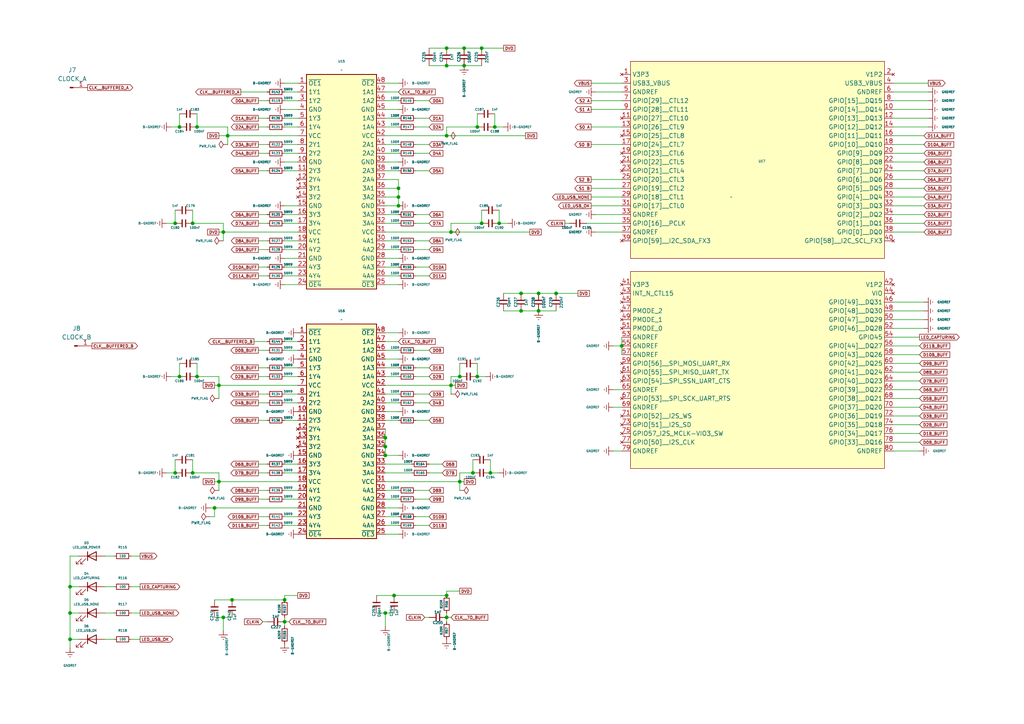
<source format=kicad_sch>
(kicad_sch (version 20231120) (generator "eeschema") (generator_version "8.0")
  (paper "A4")
  (lib_symbols
    (symbol "74ALVC16244_1"
      (property "Reference" "U16" (at 0 30.48 0))
      (property "Value" "~" (at 0 27.94 0))
      (symbol "74ALVC16244_1_1_1"
        (pin input line (at -12.7 24.13 0) (length 2.54) (name "~{OE1}") (number "1"))
        (pin power_in line (at -12.7 1.27 0) (length 2.54) (name "GND") (number "10"))
        (pin output line (at -12.7 -1.27 0) (length 2.54) (name "2Y3") (number "11"))
        (pin no_connect line (at -12.7 -3.81 0) (length 2.54) (name "2Y4") (number "12"))
        (pin no_connect line (at -12.7 -6.35 0) (length 2.54) (name "3Y1") (number "13"))
        (pin no_connect line (at -12.7 -8.89 0) (length 2.54) (name "3Y2") (number "14"))
        (pin power_in line (at -12.7 -11.43 0) (length 2.54) (name "GND") (number "15"))
        (pin output line (at -12.7 -13.97 0) (length 2.54) (name "3Y3") (number "16"))
        (pin output line (at -12.7 -16.51 0) (length 2.54) (name "3Y4") (number "17"))
        (pin power_in line (at -12.7 -19.05 0) (length 2.54) (name "VCC") (number "18"))
        (pin output line (at -12.7 -21.59 0) (length 2.54) (name "4Y1") (number "19"))
        (pin output line (at -12.7 21.59 0) (length 2.54) (name "1Y1") (number "2"))
        (pin output line (at -12.7 -24.13 0) (length 2.54) (name "4Y2") (number "20"))
        (pin power_in line (at -12.7 -26.67 0) (length 2.54) (name "GND") (number "21"))
        (pin output line (at -12.7 -29.21 0) (length 2.54) (name "4Y3") (number "22"))
        (pin output line (at -12.7 -31.75 0) (length 2.54) (name "4Y4") (number "23"))
        (pin input line (at -12.7 -34.29 0) (length 2.54) (name "~{OE4}") (number "24"))
        (pin bidirectional line (at 12.7 -34.29 180) (length 2.54) (name "~{OE3}") (number "25"))
        (pin input line (at 12.7 -31.75 180) (length 2.54) (name "4A4") (number "26"))
        (pin input line (at 12.7 -29.21 180) (length 2.54) (name "4A3") (number "27"))
        (pin power_in line (at 12.7 -26.67 180) (length 2.54) (name "GND") (number "28"))
        (pin input line (at 12.7 -24.13 180) (length 2.54) (name "4A2") (number "29"))
        (pin output line (at -12.7 19.05 0) (length 2.54) (name "1Y2") (number "3"))
        (pin input line (at 12.7 -21.59 180) (length 2.54) (name "4A1") (number "30"))
        (pin power_in line (at 12.7 -19.05 180) (length 2.54) (name "VCC") (number "31"))
        (pin input line (at 12.7 -16.51 180) (length 2.54) (name "3A4") (number "32"))
        (pin input line (at 12.7 -13.97 180) (length 2.54) (name "3A3") (number "33"))
        (pin power_in line (at 12.7 -11.43 180) (length 2.54) (name "GND") (number "34"))
        (pin input line (at 12.7 -8.89 180) (length 2.54) (name "3A2") (number "35"))
        (pin input line (at 12.7 -6.35 180) (length 2.54) (name "3A1") (number "36"))
        (pin input line (at 12.7 -3.81 180) (length 2.54) (name "2A4") (number "37"))
        (pin input line (at 12.7 -1.27 180) (length 2.54) (name "2A3") (number "38"))
        (pin power_in line (at 12.7 1.27 180) (length 2.54) (name "GND") (number "39"))
        (pin power_in line (at -12.7 16.51 0) (length 2.54) (name "GND") (number "4"))
        (pin input line (at 12.7 3.81 180) (length 2.54) (name "2A2") (number "40"))
        (pin input line (at 12.7 6.35 180) (length 2.54) (name "2A1") (number "41"))
        (pin power_in line (at 12.7 8.89 180) (length 2.54) (name "VCC") (number "42"))
        (pin input line (at 12.7 11.43 180) (length 2.54) (name "1A4") (number "43"))
        (pin input line (at 12.7 13.97 180) (length 2.54) (name "1A3") (number "44"))
        (pin power_in line (at 12.7 16.51 180) (length 2.54) (name "GND") (number "45"))
        (pin input line (at 12.7 19.05 180) (length 2.54) (name "1A2") (number "46"))
        (pin input line (at 12.7 21.59 180) (length 2.54) (name "1A1") (number "47"))
        (pin input line (at 12.7 24.13 180) (length 2.54) (name "~{OE2}") (number "48"))
        (pin output line (at -12.7 13.97 0) (length 2.54) (name "1Y3") (number "5"))
        (pin output line (at -12.7 11.43 0) (length 2.54) (name "1Y4") (number "6"))
        (pin power_in line (at -12.7 8.89 0) (length 2.54) (name "VCC") (number "7"))
        (pin output line (at -12.7 6.35 0) (length 2.54) (name "2Y1") (number "8"))
        (pin output line (at -12.7 3.81 0) (length 2.54) (name "2Y2") (number "9"))
      )
    )
    (symbol "74ALVC16244_2"
      (property "Reference" "U15" (at 0 30.48 0))
      (property "Value" "~" (at 0 27.94 0))
      (symbol "74ALVC16244_2_1_1"
        (pin input line (at -12.7 24.13 0) (length 2.54) (name "~{OE1}") (number "1"))
        (pin power_in line (at -12.7 1.27 0) (length 2.54) (name "GND") (number "10"))
        (pin output line (at -12.7 -1.27 0) (length 2.54) (name "2Y3") (number "11"))
        (pin no_connect line (at -12.7 -3.81 0) (length 2.54) (name "2Y4") (number "12"))
        (pin no_connect line (at -12.7 -6.35 0) (length 2.54) (name "3Y1") (number "13"))
        (pin no_connect line (at -12.7 -8.89 0) (length 2.54) (name "3Y2") (number "14"))
        (pin power_in line (at -12.7 -11.43 0) (length 2.54) (name "GND") (number "15"))
        (pin output line (at -12.7 -13.97 0) (length 2.54) (name "3Y3") (number "16"))
        (pin output line (at -12.7 -16.51 0) (length 2.54) (name "3Y4") (number "17"))
        (pin power_in line (at -12.7 -19.05 0) (length 2.54) (name "VCC") (number "18"))
        (pin output line (at -12.7 -21.59 0) (length 2.54) (name "4Y1") (number "19"))
        (pin output line (at -12.7 21.59 0) (length 2.54) (name "1Y1") (number "2"))
        (pin output line (at -12.7 -24.13 0) (length 2.54) (name "4Y2") (number "20"))
        (pin power_in line (at -12.7 -26.67 0) (length 2.54) (name "GND") (number "21"))
        (pin output line (at -12.7 -29.21 0) (length 2.54) (name "4Y3") (number "22"))
        (pin output line (at -12.7 -31.75 0) (length 2.54) (name "4Y4") (number "23"))
        (pin input line (at -12.7 -34.29 0) (length 2.54) (name "~{OE4}") (number "24"))
        (pin bidirectional line (at 12.7 -34.29 180) (length 2.54) (name "~{OE3}") (number "25"))
        (pin input line (at 12.7 -31.75 180) (length 2.54) (name "4A4") (number "26"))
        (pin input line (at 12.7 -29.21 180) (length 2.54) (name "4A3") (number "27"))
        (pin power_in line (at 12.7 -26.67 180) (length 2.54) (name "GND") (number "28"))
        (pin input line (at 12.7 -24.13 180) (length 2.54) (name "4A2") (number "29"))
        (pin output line (at -12.7 19.05 0) (length 2.54) (name "1Y2") (number "3"))
        (pin input line (at 12.7 -21.59 180) (length 2.54) (name "4A1") (number "30"))
        (pin power_in line (at 12.7 -19.05 180) (length 2.54) (name "VCC") (number "31"))
        (pin input line (at 12.7 -16.51 180) (length 2.54) (name "3A4") (number "32"))
        (pin input line (at 12.7 -13.97 180) (length 2.54) (name "3A3") (number "33"))
        (pin power_in line (at 12.7 -11.43 180) (length 2.54) (name "GND") (number "34"))
        (pin input line (at 12.7 -8.89 180) (length 2.54) (name "3A2") (number "35"))
        (pin input line (at 12.7 -6.35 180) (length 2.54) (name "3A1") (number "36"))
        (pin input line (at 12.7 -3.81 180) (length 2.54) (name "2A4") (number "37"))
        (pin input line (at 12.7 -1.27 180) (length 2.54) (name "2A3") (number "38"))
        (pin power_in line (at 12.7 1.27 180) (length 2.54) (name "GND") (number "39"))
        (pin power_in line (at -12.7 16.51 0) (length 2.54) (name "GND") (number "4"))
        (pin input line (at 12.7 3.81 180) (length 2.54) (name "2A2") (number "40"))
        (pin input line (at 12.7 6.35 180) (length 2.54) (name "2A1") (number "41"))
        (pin power_in line (at 12.7 8.89 180) (length 2.54) (name "VCC") (number "42"))
        (pin input line (at 12.7 11.43 180) (length 2.54) (name "1A4") (number "43"))
        (pin input line (at 12.7 13.97 180) (length 2.54) (name "1A3") (number "44"))
        (pin power_in line (at 12.7 16.51 180) (length 2.54) (name "GND") (number "45"))
        (pin input line (at 12.7 19.05 180) (length 2.54) (name "1A2") (number "46"))
        (pin input line (at 12.7 21.59 180) (length 2.54) (name "1A1") (number "47"))
        (pin input line (at 12.7 24.13 180) (length 2.54) (name "~{OE2}") (number "48"))
        (pin output line (at -12.7 13.97 0) (length 2.54) (name "1Y3") (number "5"))
        (pin output line (at -12.7 11.43 0) (length 2.54) (name "1Y4") (number "6"))
        (pin power_in line (at -12.7 8.89 0) (length 2.54) (name "VCC") (number "7"))
        (pin output line (at -12.7 6.35 0) (length 2.54) (name "2Y1") (number "8"))
        (pin output line (at -12.7 3.81 0) (length 2.54) (name "2Y2") (number "9"))
      )
    )
    (symbol "C_Small_1" (pin_numbers hide) (pin_names (offset 0.254) hide)
      (property "Reference" "C" (at 0.254 1.778 0))
      (property "Value" "C_Small" (at 0.254 -2.032 0))
      (symbol "C_Small_1_1_1"
        (pin passive line (at 0 2.54 270) (length 2.032) (name "~") (number "1"))
        (pin passive line (at 0 -2.54 90) (length 2.032) (name "~") (number "2"))
      )
    )
    (symbol "C_Small_10" (pin_numbers hide) (pin_names (offset 0.254) hide)
      (property "Reference" "C" (at 0.254 1.778 0))
      (property "Value" "C_Small" (at 0.254 -2.032 0))
      (symbol "C_Small_10_1_1"
        (pin passive line (at 0 2.54 270) (length 2.032) (name "~") (number "1"))
        (pin passive line (at 0 -2.54 90) (length 2.032) (name "~") (number "2"))
      )
    )
    (symbol "C_Small_11" (pin_numbers hide) (pin_names (offset 0.254) hide)
      (property "Reference" "C" (at 0.254 1.778 0))
      (property "Value" "C_Small" (at 0.254 -2.032 0))
      (symbol "C_Small_11_1_1"
        (pin passive line (at 0 2.54 270) (length 2.032) (name "~") (number "1"))
        (pin passive line (at 0 -2.54 90) (length 2.032) (name "~") (number "2"))
      )
    )
    (symbol "C_Small_12" (pin_numbers hide) (pin_names (offset 0.254) hide)
      (property "Reference" "C" (at 0.254 1.778 0))
      (property "Value" "C_Small" (at 0.254 -2.032 0))
      (symbol "C_Small_12_1_1"
        (pin passive line (at 0 2.54 270) (length 2.032) (name "~") (number "1"))
        (pin passive line (at 0 -2.54 90) (length 2.032) (name "~") (number "2"))
      )
    )
    (symbol "C_Small_13" (pin_numbers hide) (pin_names (offset 0.254) hide)
      (property "Reference" "C" (at 0.254 1.778 0))
      (property "Value" "C_Small" (at 0.254 -2.032 0))
      (symbol "C_Small_13_1_1"
        (pin passive line (at 0 2.54 270) (length 2.032) (name "~") (number "1"))
        (pin passive line (at 0 -2.54 90) (length 2.032) (name "~") (number "2"))
      )
    )
    (symbol "C_Small_14" (pin_numbers hide) (pin_names (offset 0.254) hide)
      (property "Reference" "C" (at 0.254 1.778 0))
      (property "Value" "C_Small" (at 0.254 -2.032 0))
      (symbol "C_Small_14_1_1"
        (pin passive line (at 0 2.54 270) (length 2.032) (name "~") (number "1"))
        (pin passive line (at 0 -2.54 90) (length 2.032) (name "~") (number "2"))
      )
    )
    (symbol "C_Small_15" (pin_numbers hide) (pin_names (offset 0.254) hide)
      (property "Reference" "C" (at 0.254 1.778 0))
      (property "Value" "C_Small" (at 0.254 -2.032 0))
      (symbol "C_Small_15_1_1"
        (pin passive line (at 0 2.54 270) (length 2.032) (name "~") (number "1"))
        (pin passive line (at 0 -2.54 90) (length 2.032) (name "~") (number "2"))
      )
    )
    (symbol "C_Small_16" (pin_numbers hide) (pin_names (offset 0.254) hide)
      (property "Reference" "C" (at 0.254 1.778 0))
      (property "Value" "C_Small" (at 0.254 -2.032 0))
      (symbol "C_Small_16_1_1"
        (pin passive line (at 0 2.54 270) (length 2.032) (name "~") (number "1"))
        (pin passive line (at 0 -2.54 90) (length 2.032) (name "~") (number "2"))
      )
    )
    (symbol "C_Small_2" (pin_numbers hide) (pin_names (offset 0.254) hide)
      (property "Reference" "C" (at 0.254 1.778 0))
      (property "Value" "C_Small" (at 0.254 -2.032 0))
      (symbol "C_Small_2_1_1"
        (pin passive line (at 0 2.54 270) (length 2.032) (name "~") (number "1"))
        (pin passive line (at 0 -2.54 90) (length 2.032) (name "~") (number "2"))
      )
    )
    (symbol "C_Small_3" (pin_numbers hide) (pin_names (offset 0.254) hide)
      (property "Reference" "C" (at 0.254 1.778 0))
      (property "Value" "C_Small" (at 0.254 -2.032 0))
      (symbol "C_Small_3_1_1"
        (pin passive line (at 0 2.54 270) (length 2.032) (name "~") (number "1"))
        (pin passive line (at 0 -2.54 90) (length 2.032) (name "~") (number "2"))
      )
    )
    (symbol "C_Small_34" (pin_numbers hide) (pin_names (offset 0.254) hide)
      (property "Reference" "C" (at 0.254 1.778 0))
      (property "Value" "C_Small" (at 0.254 -2.032 0))
      (symbol "C_Small_34_1_1"
        (pin passive line (at 0 2.54 270) (length 2.032) (name "~") (number "1"))
        (pin passive line (at 0 -2.54 90) (length 2.032) (name "~") (number "2"))
      )
    )
    (symbol "C_Small_4" (pin_numbers hide) (pin_names (offset 0.254) hide)
      (property "Reference" "C" (at 0.254 1.778 0))
      (property "Value" "C_Small" (at 0.254 -2.032 0))
      (symbol "C_Small_4_1_1"
        (pin passive line (at 0 2.54 270) (length 2.032) (name "~") (number "1"))
        (pin passive line (at 0 -2.54 90) (length 2.032) (name "~") (number "2"))
      )
    )
    (symbol "C_Small_5" (pin_numbers hide) (pin_names (offset 0.254) hide)
      (property "Reference" "C" (at 0.254 1.778 0))
      (property "Value" "C_Small" (at 0.254 -2.032 0))
      (symbol "C_Small_5_1_1"
        (pin passive line (at 0 2.54 270) (length 2.032) (name "~") (number "1"))
        (pin passive line (at 0 -2.54 90) (length 2.032) (name "~") (number "2"))
      )
    )
    (symbol "C_Small_6" (pin_numbers hide) (pin_names (offset 0.254) hide)
      (property "Reference" "C" (at 0.254 1.778 0))
      (property "Value" "C_Small" (at 0.254 -2.032 0))
      (symbol "C_Small_6_1_1"
        (pin passive line (at 0 2.54 270) (length 2.032) (name "~") (number "1"))
        (pin passive line (at 0 -2.54 90) (length 2.032) (name "~") (number "2"))
      )
    )
    (symbol "C_Small_7" (pin_numbers hide) (pin_names (offset 0.254) hide)
      (property "Reference" "C" (at 0.254 1.778 0))
      (property "Value" "C_Small" (at 0.254 -2.032 0))
      (symbol "C_Small_7_1_1"
        (pin passive line (at 0 2.54 270) (length 2.032) (name "~") (number "1"))
        (pin passive line (at 0 -2.54 90) (length 2.032) (name "~") (number "2"))
      )
    )
    (symbol "C_Small_8" (pin_numbers hide) (pin_names (offset 0.254) hide)
      (property "Reference" "C" (at 0.254 1.778 0))
      (property "Value" "C_Small" (at 0.254 -2.032 0))
      (symbol "C_Small_8_1_1"
        (pin passive line (at 0 2.54 270) (length 2.032) (name "~") (number "1"))
        (pin passive line (at 0 -2.54 90) (length 2.032) (name "~") (number "2"))
      )
    )
    (symbol "C_Small_9" (pin_numbers hide) (pin_names (offset 0.254) hide)
      (property "Reference" "C" (at 0.254 1.778 0))
      (property "Value" "C_Small" (at 0.254 -2.032 0))
      (symbol "C_Small_9_1_1"
        (pin passive line (at 0 2.54 270) (length 2.032) (name "~") (number "1"))
        (pin passive line (at 0 -2.54 90) (length 2.032) (name "~") (number "2"))
      )
    )
    (symbol "Connector:Conn_01x01_Pin" (pin_names (offset 1.016) hide)
      (property "Reference" "J" (at 0 2.54 0))
      (property "Value" "Conn_01x01_Pin" (at 0 -2.54 0))
      (symbol "Conn_01x01_Pin_1_1"
        (pin passive line (at 5.08 0 180) (length 3.81) (name "Pin_1") (number "1"))
      )
    )
    (symbol "Cypress:USB3_kit"
      (property "Reference" "U9" (at 0.635 30.48 0))
      (property "Value" "~" (at 11.43 20.32 0))
      (symbol "USB3_kit_1_1"
        (pin no_connect line (at -20.32 55.88 0) (length 2.54) (name "V3P3") (number "1"))
        (pin bidirectional line (at 58.42 45.72 180) (length 2.54) (name "GPIO[14]__DQ14") (number "10"))
        (pin no_connect line (at -20.32 43.18 0) (length 2.54) (name "GPIO[27]__CTL10") (number "11"))
        (pin bidirectional line (at 58.42 43.18 180) (length 2.54) (name "GPIO[13]__DQ13") (number "12"))
        (pin bidirectional line (at -20.32 40.64 0) (length 2.54) (name "GPIO[26]__CTL9") (number "13"))
        (pin bidirectional line (at 58.42 40.64 180) (length 2.54) (name "GPIO[12]__DQ12") (number "14"))
        (pin no_connect line (at -20.32 38.1 0) (length 2.54) (name "GPIO[25]__CTL8") (number "15"))
        (pin bidirectional line (at 58.42 38.1 180) (length 2.54) (name "GPIO[11]__DQ11") (number "16"))
        (pin bidirectional line (at -20.32 35.56 0) (length 2.54) (name "GPIO[24]__CTL7") (number "17"))
        (pin bidirectional line (at 58.42 35.56 180) (length 2.54) (name "GPIO[10]__DQ10") (number "18"))
        (pin no_connect line (at -20.32 33.02 0) (length 2.54) (name "GPIO[23]__CTL6") (number "19"))
        (pin no_connect line (at 58.42 55.88 180) (length 2.54) (name "V1P2") (number "2"))
        (pin bidirectional line (at 58.42 33.02 180) (length 2.54) (name "GPIO[9]__DQ9") (number "20"))
        (pin no_connect line (at -20.32 30.48 0) (length 2.54) (name "GPIO[22]__CTL5") (number "21"))
        (pin bidirectional line (at 58.42 30.48 180) (length 2.54) (name "GPIO[8]__DQ8") (number "22"))
        (pin no_connect line (at -20.32 27.94 0) (length 2.54) (name "GPIO[21]__CTL4") (number "23"))
        (pin bidirectional line (at 58.42 27.94 180) (length 2.54) (name "GPIO[7]__DQ7") (number "24"))
        (pin bidirectional line (at -20.32 25.4 0) (length 2.54) (name "GPIO[20]__CTL3") (number "25"))
        (pin bidirectional line (at 58.42 25.4 180) (length 2.54) (name "GPIO[6]__DQ6") (number "26"))
        (pin bidirectional line (at -20.32 22.86 0) (length 2.54) (name "GPIO[19]__CTL2") (number "27"))
        (pin bidirectional line (at 58.42 22.86 180) (length 2.54) (name "GPIO[5]__DQ5") (number "28"))
        (pin bidirectional line (at -20.32 20.32 0) (length 2.54) (name "GPIO[18]__CTL1") (number "29"))
        (pin input line (at -20.32 53.34 0) (length 2.54) (name "USB3_VBUS") (number "3"))
        (pin bidirectional line (at 58.42 20.32 180) (length 2.54) (name "GPIO[4]__DQ4") (number "30"))
        (pin bidirectional line (at -20.32 17.78 0) (length 2.54) (name "GPIO[17]__CTL0") (number "31"))
        (pin bidirectional line (at 58.42 17.78 180) (length 2.54) (name "GPIO[3]__DQ3") (number "32"))
        (pin bidirectional line (at -20.32 15.24 0) (length 2.54) (name "GNDREF") (number "33"))
        (pin bidirectional line (at 58.42 15.24 180) (length 2.54) (name "GPIO[2]__DQ2") (number "34"))
        (pin bidirectional line (at -20.32 12.7 0) (length 2.54) (name "GPIO[16]__PCLK") (number "35"))
        (pin bidirectional line (at 58.42 12.7 180) (length 2.54) (name "GPIO[1]__DQ1") (number "36"))
        (pin bidirectional line (at -20.32 10.16 0) (length 2.54) (name "GNDREF") (number "37"))
        (pin bidirectional line (at 58.42 10.16 180) (length 2.54) (name "GPIO[0]__DQ0") (number "38"))
        (pin no_connect line (at -20.32 7.62 0) (length 2.54) (name "GPIO[59]__I2C_SDA_FX3") (number "39"))
        (pin input line (at 58.42 53.34 180) (length 2.54) (name "USB3_VBUS") (number "4"))
        (pin no_connect line (at 58.42 7.62 180) (length 2.54) (name "GPIO[58]__I2C_SCL_FX3") (number "40"))
        (pin no_connect line (at -20.32 -5.08 0) (length 2.54) (name "V3P3") (number "41"))
        (pin no_connect line (at 58.42 -5.08 180) (length 2.54) (name "V1P2") (number "42"))
        (pin no_connect line (at -20.32 -7.62 0) (length 2.54) (name "INT_N_CTL15") (number "43"))
        (pin no_connect line (at 58.42 -7.62 180) (length 2.54) (name "VIO") (number "44"))
        (pin no_connect line (at -20.32 -10.16 0) (length 2.54) (name "") (number "45"))
        (pin bidirectional line (at 58.42 -10.16 180) (length 2.54) (name "GPIO[49]__DQ31") (number "46"))
        (pin no_connect line (at -20.32 -12.7 0) (length 2.54) (name "PMODE_2") (number "47"))
        (pin passive line (at 58.42 -12.7 180) (length 2.54) (name "GPIO[48]__DQ30") (number "48"))
        (pin no_connect line (at -20.32 -15.24 0) (length 2.54) (name "PMODE_1") (number "49"))
        (pin passive line (at -20.32 50.8 0) (length 2.54) (name "GNDREF") (number "5"))
        (pin passive line (at 58.42 -15.24 180) (length 2.54) (name "GPIO[47]__DQ29") (number "50"))
        (pin no_connect line (at -20.32 -17.78 0) (length 2.54) (name "PMODE_0") (number "51"))
        (pin passive line (at 58.42 -17.78 180) (length 2.54) (name "GPIO[46]__DQ28") (number "52"))
        (pin passive line (at -20.32 -20.32 0) (length 2.54) (name "GNDREF") (number "53"))
        (pin bidirectional line (at 58.42 -20.32 180) (length 2.54) (name "GPIO45") (number "54"))
        (pin passive line (at -20.32 -22.86 0) (length 2.54) (name "GNDREF") (number "55"))
        (pin bidirectional line (at 58.42 -22.86 180) (length 2.54) (name "GPIO[44]__DQ27") (number "56"))
        (pin passive line (at -20.32 -25.4 0) (length 2.54) (name "GNDREF") (number "57"))
        (pin bidirectional line (at 58.42 -25.4 180) (length 2.54) (name "GPIO[43]__DQ26") (number "58"))
        (pin no_connect line (at -20.32 -27.94 0) (length 2.54) (name "GPIO[56]__SPI_MOSI_UART_RX") (number "59"))
        (pin passive line (at 58.42 50.8 180) (length 2.54) (name "GNDREF") (number "6"))
        (pin bidirectional line (at 58.42 -27.94 180) (length 2.54) (name "GPIO[42]__DQ25") (number "60"))
        (pin no_connect line (at -20.32 -30.48 0) (length 2.54) (name "GPIO[55]__SPI_MISO_UART_TX") (number "61"))
        (pin bidirectional line (at 58.42 -30.48 180) (length 2.54) (name "GPIO[41]__DQ24") (number "62"))
        (pin no_connect line (at -20.32 -33.02 0) (length 2.54) (name "GPIO[54]__SPI_SSN_UART_CTS") (number "63"))
        (pin bidirectional line (at 58.42 -33.02 180) (length 2.54) (name "GPIO[40]__DQ23") (number "64"))
        (pin passive line (at -20.32 -35.56 0) (length 2.54) (name "GNDREF") (number "65"))
        (pin bidirectional line (at 58.42 -35.56 180) (length 2.54) (name "GPIO[39]__DQ22") (number "66"))
        (pin no_connect line (at -20.32 -38.1 0) (length 2.54) (name "GPIO[53]__SPI_SCK_UART_RTS") (number "67"))
        (pin bidirectional line (at 58.42 -38.1 180) (length 2.54) (name "GPIO[38]__DQ21") (number "68"))
        (pin passive line (at -20.32 -40.64 0) (length 2.54) (name "GNDREF") (number "69"))
        (pin passive line (at -20.32 48.26 0) (length 2.54) (name "GPIO[29]__CTL12") (number "7"))
        (pin bidirectional line (at 58.42 -40.64 180) (length 2.54) (name "GPIO[37]__DQ20") (number "70"))
        (pin no_connect line (at -20.32 -43.18 0) (length 2.54) (name "GPIO[52]__I2S_WS") (number "71"))
        (pin bidirectional line (at 58.42 -43.18 180) (length 2.54) (name "GPIO[36]__DQ19") (number "72"))
        (pin no_connect line (at -20.32 -45.72 0) (length 2.54) (name "GPIO[51]__I2S_SD") (number "73"))
        (pin bidirectional line (at 58.42 -45.72 180) (length 2.54) (name "GPIO[35]__DQ18") (number "74"))
        (pin no_connect line (at -20.32 -48.26 0) (length 2.54) (name "GPIO57_I2S_MCLK-VIO3_SW") (number "75"))
        (pin bidirectional line (at 58.42 -48.26 180) (length 2.54) (name "GPIO[34]__DQ17") (number "76"))
        (pin no_connect line (at -20.32 -50.8 0) (length 2.54) (name "GPIO[50]__I2S_CLK") (number "77"))
        (pin bidirectional line (at 58.42 -50.8 180) (length 2.54) (name "GPIO[33]__DQ16") (number "78"))
        (pin passive line (at -20.32 -53.34 0) (length 2.54) (name "GNDREF") (number "79"))
        (pin bidirectional line (at 58.42 48.26 180) (length 2.54) (name "GPIO[15]__DQ15") (number "8"))
        (pin passive line (at 58.42 -53.34 180) (length 2.54) (name "GNDREF") (number "80"))
        (pin bidirectional line (at -20.32 45.72 0) (length 2.54) (name "GPIO[28]__CTL11") (number "9"))
      )
    )
    (symbol "Device:C_Small" (pin_numbers hide) (pin_names (offset 0.254) hide)
      (property "Reference" "C" (at 0.254 1.778 0))
      (property "Value" "C_Small" (at 0.254 -2.032 0))
      (symbol "C_Small_1_1"
        (pin passive line (at 0 2.54 270) (length 2.032) (name "~") (number "1"))
        (pin passive line (at 0 -2.54 90) (length 2.032) (name "~") (number "2"))
      )
    )
    (symbol "Device:LED" (pin_numbers hide) (pin_names (offset 1.016) hide)
      (property "Reference" "D" (at 0 2.54 0))
      (property "Value" "LED" (at 0 -2.54 0))
      (symbol "LED_1_1"
        (pin passive line (at -3.81 0 0) (length 2.54) (name "K") (number "1"))
        (pin passive line (at 3.81 0 180) (length 2.54) (name "A") (number "2"))
      )
    )
    (symbol "Device:R_Small" (pin_numbers hide) (pin_names (offset 0.254) hide)
      (property "Reference" "R" (at 0.762 0.508 0))
      (property "Value" "R_Small" (at 0.762 -1.016 0))
      (symbol "R_Small_1_1"
        (pin passive line (at 0 2.54 270) (length 0.762) (name "~") (number "1"))
        (pin passive line (at 0 -2.54 90) (length 0.762) (name "~") (number "2"))
      )
    )
    (symbol "GNDREF_1" (power) (pin_names (offset 0))
      (property "Value" "GNDREF" (at 0 -3.81 0))
      (symbol "GNDREF_1_1_1"
        (pin power_in line (at 0 0 270) (length 0) hide (name "GNDREF") (number "1"))
      )
    )
    (symbol "GNDREF_10" (power) (pin_names (offset 0))
      (property "Value" "GNDREF" (at 0 -3.81 0))
      (symbol "GNDREF_10_1_1"
        (pin power_in line (at 0 0 270) (length 0) hide (name "GNDREF") (number "1"))
      )
    )
    (symbol "GNDREF_11" (power) (pin_names (offset 0))
      (property "Value" "GNDREF" (at 0 -3.81 0))
      (symbol "GNDREF_11_1_1"
        (pin power_in line (at 0 0 270) (length 0) hide (name "GNDREF") (number "1"))
      )
    )
    (symbol "GNDREF_12" (power) (pin_names (offset 0))
      (property "Value" "GNDREF" (at 0 -3.81 0))
      (symbol "GNDREF_12_1_1"
        (pin power_in line (at 0 0 270) (length 0) hide (name "GNDREF") (number "1"))
      )
    )
    (symbol "GNDREF_13" (power) (pin_names (offset 0))
      (property "Value" "GNDREF" (at 0 -3.81 0))
      (symbol "GNDREF_13_1_1"
        (pin power_in line (at 0 0 270) (length 0) hide (name "GNDREF") (number "1"))
      )
    )
    (symbol "GNDREF_14" (power) (pin_names (offset 0))
      (property "Value" "GNDREF" (at 0 -3.81 0))
      (symbol "GNDREF_14_1_1"
        (pin power_in line (at 0 0 270) (length 0) hide (name "GNDREF") (number "1"))
      )
    )
    (symbol "GNDREF_15" (power) (pin_names (offset 0))
      (property "Value" "GNDREF" (at 0 -3.81 0))
      (symbol "GNDREF_15_1_1"
        (pin power_in line (at 0 0 270) (length 0) hide (name "GNDREF") (number "1"))
      )
    )
    (symbol "GNDREF_16" (power) (pin_names (offset 0))
      (property "Value" "GNDREF" (at 0 -3.81 0))
      (symbol "GNDREF_16_1_1"
        (pin power_in line (at 0 0 270) (length 0) hide (name "GNDREF") (number "1"))
      )
    )
    (symbol "GNDREF_17" (power) (pin_names (offset 0))
      (property "Value" "GNDREF" (at 0 -3.81 0))
      (symbol "GNDREF_17_1_1"
        (pin power_in line (at 0 0 270) (length 0) hide (name "GNDREF") (number "1"))
      )
    )
    (symbol "GNDREF_18" (power) (pin_names (offset 0))
      (property "Value" "GNDREF" (at 0 -3.81 0))
      (symbol "GNDREF_18_1_1"
        (pin power_in line (at 0 0 270) (length 0) hide (name "GNDREF") (number "1"))
      )
    )
    (symbol "GNDREF_19" (power) (pin_names (offset 0))
      (property "Value" "GNDREF" (at 0 -3.81 0))
      (symbol "GNDREF_19_1_1"
        (pin power_in line (at 0 0 270) (length 0) hide (name "GNDREF") (number "1"))
      )
    )
    (symbol "GNDREF_2" (power) (pin_names (offset 0))
      (property "Value" "GNDREF" (at 0 -3.81 0))
      (symbol "GNDREF_2_1_1"
        (pin power_in line (at 0 0 270) (length 0) hide (name "GNDREF") (number "1"))
      )
    )
    (symbol "GNDREF_20" (power) (pin_names (offset 0))
      (property "Value" "GNDREF" (at 0 -3.81 0))
      (symbol "GNDREF_20_1_1"
        (pin power_in line (at 0 0 270) (length 0) hide (name "GNDREF") (number "1"))
      )
    )
    (symbol "GNDREF_21" (power) (pin_names (offset 0))
      (property "Value" "GNDREF" (at 0 -3.81 0))
      (symbol "GNDREF_21_1_1"
        (pin power_in line (at 0 0 270) (length 0) hide (name "GNDREF") (number "1"))
      )
    )
    (symbol "GNDREF_22" (power) (pin_names (offset 0))
      (property "Value" "GNDREF" (at 0 -3.81 0))
      (symbol "GNDREF_22_1_1"
        (pin power_in line (at 0 0 270) (length 0) hide (name "GNDREF") (number "1"))
      )
    )
    (symbol "GNDREF_23" (power) (pin_names (offset 0))
      (property "Value" "GNDREF" (at 0 -3.81 0))
      (symbol "GNDREF_23_1_1"
        (pin power_in line (at 0 0 270) (length 0) hide (name "GNDREF") (number "1"))
      )
    )
    (symbol "GNDREF_24" (power) (pin_names (offset 0))
      (property "Value" "GNDREF" (at 0 -3.81 0))
      (symbol "GNDREF_24_1_1"
        (pin power_in line (at 0 0 270) (length 0) hide (name "GNDREF") (number "1"))
      )
    )
    (symbol "GNDREF_25" (power) (pin_names (offset 0))
      (property "Value" "GNDREF" (at 0 -3.81 0))
      (symbol "GNDREF_25_1_1"
        (pin power_in line (at 0 0 270) (length 0) hide (name "GNDREF") (number "1"))
      )
    )
    (symbol "GNDREF_26" (power) (pin_names (offset 0))
      (property "Value" "GNDREF" (at 0 -3.81 0))
      (symbol "GNDREF_26_1_1"
        (pin power_in line (at 0 0 270) (length 0) hide (name "GNDREF") (number "1"))
      )
    )
    (symbol "GNDREF_27" (power) (pin_names (offset 0))
      (property "Value" "GNDREF" (at 0 -3.81 0))
      (symbol "GNDREF_27_1_1"
        (pin power_in line (at 0 0 270) (length 0) hide (name "GNDREF") (number "1"))
      )
    )
    (symbol "GNDREF_28" (power) (pin_names (offset 0))
      (property "Value" "GNDREF" (at 0 -3.81 0))
      (symbol "GNDREF_28_1_1"
        (pin power_in line (at 0 0 270) (length 0) hide (name "GNDREF") (number "1"))
      )
    )
    (symbol "GNDREF_29" (power) (pin_names (offset 0))
      (property "Value" "GNDREF" (at 0 -3.81 0))
      (symbol "GNDREF_29_1_1"
        (pin power_in line (at 0 0 270) (length 0) hide (name "GNDREF") (number "1"))
      )
    )
    (symbol "GNDREF_3" (power) (pin_names (offset 0))
      (property "Value" "GNDREF" (at 0 -3.81 0))
      (symbol "GNDREF_3_1_1"
        (pin power_in line (at 0 0 270) (length 0) hide (name "GNDREF") (number "1"))
      )
    )
    (symbol "GNDREF_30" (power) (pin_names (offset 0))
      (property "Value" "GNDREF" (at 0 -3.81 0))
      (symbol "GNDREF_30_1_1"
        (pin power_in line (at 0 0 270) (length 0) hide (name "GNDREF") (number "1"))
      )
    )
    (symbol "GNDREF_31" (power) (pin_names (offset 0))
      (property "Value" "GNDREF" (at 0 -3.81 0))
      (symbol "GNDREF_31_1_1"
        (pin power_in line (at 0 0 270) (length 0) hide (name "GNDREF") (number "1"))
      )
    )
    (symbol "GNDREF_32" (power) (pin_names (offset 0))
      (property "Value" "GNDREF" (at 0 -3.81 0))
      (symbol "GNDREF_32_1_1"
        (pin power_in line (at 0 0 270) (length 0) hide (name "GNDREF") (number "1"))
      )
    )
    (symbol "GNDREF_33" (power) (pin_names (offset 0))
      (property "Value" "GNDREF" (at 0 -3.81 0))
      (symbol "GNDREF_33_1_1"
        (pin power_in line (at 0 0 270) (length 0) hide (name "GNDREF") (number "1"))
      )
    )
    (symbol "GNDREF_34" (power) (pin_names (offset 0))
      (property "Value" "GNDREF" (at 0 -3.81 0))
      (symbol "GNDREF_34_1_1"
        (pin power_in line (at 0 0 270) (length 0) hide (name "GNDREF") (number "1"))
      )
    )
    (symbol "GNDREF_35" (power) (pin_names (offset 0))
      (property "Value" "GNDREF" (at 0 -3.81 0))
      (symbol "GNDREF_35_1_1"
        (pin power_in line (at 0 0 270) (length 0) hide (name "GNDREF") (number "1"))
      )
    )
    (symbol "GNDREF_36" (power) (pin_names (offset 0))
      (property "Value" "GNDREF" (at 0 -3.81 0))
      (symbol "GNDREF_36_1_1"
        (pin power_in line (at 0 0 270) (length 0) hide (name "GNDREF") (number "1"))
      )
    )
    (symbol "GNDREF_37" (power) (pin_names (offset 0))
      (property "Value" "GNDREF" (at 0 -3.81 0))
      (symbol "GNDREF_37_1_1"
        (pin power_in line (at 0 0 270) (length 0) hide (name "GNDREF") (number "1"))
      )
    )
    (symbol "GNDREF_38" (power) (pin_names (offset 0))
      (property "Value" "GNDREF" (at 0 -3.81 0))
      (symbol "GNDREF_38_1_1"
        (pin power_in line (at 0 0 270) (length 0) hide (name "GNDREF") (number "1"))
      )
    )
    (symbol "GNDREF_39" (power) (pin_names (offset 0))
      (property "Value" "GNDREF" (at 0 -3.81 0))
      (symbol "GNDREF_39_1_1"
        (pin power_in line (at 0 0 270) (length 0) hide (name "GNDREF") (number "1"))
      )
    )
    (symbol "GNDREF_4" (power) (pin_names (offset 0))
      (property "Value" "GNDREF" (at 0 -3.81 0))
      (symbol "GNDREF_4_1_1"
        (pin power_in line (at 0 0 270) (length 0) hide (name "GNDREF") (number "1"))
      )
    )
    (symbol "GNDREF_40" (power) (pin_names (offset 0))
      (property "Value" "GNDREF" (at 0 -3.81 0))
      (symbol "GNDREF_40_1_1"
        (pin power_in line (at 0 0 270) (length 0) hide (name "GNDREF") (number "1"))
      )
    )
    (symbol "GNDREF_41" (power) (pin_names (offset 0))
      (property "Value" "GNDREF" (at 0 -3.81 0))
      (symbol "GNDREF_41_1_1"
        (pin power_in line (at 0 0 270) (length 0) hide (name "GNDREF") (number "1"))
      )
    )
    (symbol "GNDREF_42" (power) (pin_names (offset 0))
      (property "Value" "GNDREF" (at 0 -3.81 0))
      (symbol "GNDREF_42_1_1"
        (pin power_in line (at 0 0 270) (length 0) hide (name "GNDREF") (number "1"))
      )
    )
    (symbol "GNDREF_43" (power) (pin_names (offset 0))
      (property "Value" "GNDREF" (at 0 -3.81 0))
      (symbol "GNDREF_43_1_1"
        (pin power_in line (at 0 0 270) (length 0) hide (name "GNDREF") (number "1"))
      )
    )
    (symbol "GNDREF_44" (power) (pin_names (offset 0))
      (property "Value" "GNDREF" (at 0 -3.81 0))
      (symbol "GNDREF_44_1_1"
        (pin power_in line (at 0 0 270) (length 0) hide (name "GNDREF") (number "1"))
      )
    )
    (symbol "GNDREF_45" (power) (pin_names (offset 0))
      (property "Value" "GNDREF" (at 0 -3.81 0))
      (symbol "GNDREF_45_1_1"
        (pin power_in line (at 0 0 270) (length 0) hide (name "GNDREF") (number "1"))
      )
    )
    (symbol "GNDREF_46" (power) (pin_names (offset 0))
      (property "Value" "GNDREF" (at 0 -3.81 0))
      (symbol "GNDREF_46_1_1"
        (pin power_in line (at 0 0 270) (length 0) hide (name "GNDREF") (number "1"))
      )
    )
    (symbol "GNDREF_47" (power) (pin_names (offset 0))
      (property "Value" "GNDREF" (at 0 -3.81 0))
      (symbol "GNDREF_47_1_1"
        (pin power_in line (at 0 0 270) (length 0) hide (name "GNDREF") (number "1"))
      )
    )
    (symbol "GNDREF_5" (power) (pin_names (offset 0))
      (property "Value" "GNDREF" (at 0 -3.81 0))
      (symbol "GNDREF_5_1_1"
        (pin power_in line (at 0 0 270) (length 0) hide (name "GNDREF") (number "1"))
      )
    )
    (symbol "GNDREF_6" (power) (pin_names (offset 0))
      (property "Value" "GNDREF" (at 0 -3.81 0))
      (symbol "GNDREF_6_1_1"
        (pin power_in line (at 0 0 270) (length 0) hide (name "GNDREF") (number "1"))
      )
    )
    (symbol "GNDREF_7" (power) (pin_names (offset 0))
      (property "Value" "GNDREF" (at 0 -3.81 0))
      (symbol "GNDREF_7_1_1"
        (pin power_in line (at 0 0 270) (length 0) hide (name "GNDREF") (number "1"))
      )
    )
    (symbol "GNDREF_8" (power) (pin_names (offset 0))
      (property "Value" "GNDREF" (at 0 -3.81 0))
      (symbol "GNDREF_8_1_1"
        (pin power_in line (at 0 0 270) (length 0) hide (name "GNDREF") (number "1"))
      )
    )
    (symbol "GNDREF_9" (power) (pin_names (offset 0))
      (property "Value" "GNDREF" (at 0 -3.81 0))
      (symbol "GNDREF_9_1_1"
        (pin power_in line (at 0 0 270) (length 0) hide (name "GNDREF") (number "1"))
      )
    )
    (symbol "PWR_FLAG_1" (power) (pin_numbers hide) (pin_names (offset 0) hide)
      (property "Value" "PWR_FLAG" (at 0 3.81 0))
      (symbol "PWR_FLAG_1_0_0"
        (pin power_out line (at 0 0 90) (length 0) (name "pwr") (number "1"))
      )
    )
    (symbol "PWR_FLAG_2" (power) (pin_numbers hide) (pin_names (offset 0) hide)
      (property "Value" "PWR_FLAG" (at 0 3.81 0))
      (symbol "PWR_FLAG_2_0_0"
        (pin power_out line (at 0 0 90) (length 0) (name "pwr") (number "1"))
      )
    )
    (symbol "PWR_FLAG_3" (power) (pin_numbers hide) (pin_names (offset 0) hide)
      (property "Value" "PWR_FLAG" (at 0 3.81 0))
      (symbol "PWR_FLAG_3_0_0"
        (pin power_out line (at 0 0 90) (length 0) (name "pwr") (number "1"))
      )
    )
    (symbol "PWR_FLAG_4" (power) (pin_numbers hide) (pin_names (offset 0) hide)
      (property "Value" "PWR_FLAG" (at 0 3.81 0))
      (symbol "PWR_FLAG_4_0_0"
        (pin power_out line (at 0 0 90) (length 0) (name "pwr") (number "1"))
      )
    )
    (symbol "PWR_FLAG_5" (power) (pin_numbers hide) (pin_names (offset 0) hide)
      (property "Value" "PWR_FLAG" (at 0 3.81 0))
      (symbol "PWR_FLAG_5_0_0"
        (pin power_out line (at 0 0 90) (length 0) (name "pwr") (number "1"))
      )
    )
    (symbol "PWR_FLAG_6" (power) (pin_numbers hide) (pin_names (offset 0) hide)
      (property "Value" "PWR_FLAG" (at 0 3.81 0))
      (symbol "PWR_FLAG_6_0_0"
        (pin power_out line (at 0 0 90) (length 0) (name "pwr") (number "1"))
      )
    )
    (symbol "PWR_FLAG_7" (power) (pin_numbers hide) (pin_names (offset 0) hide)
      (property "Value" "PWR_FLAG" (at 0 3.81 0))
      (symbol "PWR_FLAG_7_0_0"
        (pin power_out line (at 0 0 90) (length 0) (name "pwr") (number "1"))
      )
    )
    (symbol "power:GNDREF" (power) (pin_names (offset 0))
      (property "Value" "GNDREF" (at 0 -3.81 0))
      (symbol "GNDREF_1_1"
        (pin power_in line (at 0 0 270) (length 0) hide (name "GNDREF") (number "1"))
      )
    )
    (symbol "power:PWR_FLAG" (power) (pin_numbers hide) (pin_names (offset 0) hide)
      (property "Value" "PWR_FLAG" (at 0 3.81 0))
      (symbol "PWR_FLAG_0_0"
        (pin power_out line (at 0 0 90) (length 0) (name "pwr") (number "1"))
      )
    )
  )
  (junction (at 133.35 139.7))
  (junction (at 111.76 127))
  (junction (at 64.77 67.31))
  (junction (at 111.76 132.08))
  (junction (at 129.54 13.97))
  (junction (at 57.15 109.22))
  (junction (at 134.62 13.97))
  (junction (at 130.81 111.76))
  (junction (at 161.29 85.09))
  (junction (at 114.3 172.72))
  (junction (at 50.8 137.16))
  (junction (at 156.21 85.09))
  (junction (at 52.07 109.22))
  (junction (at 129.54 19.05))
  (junction (at 64.77 179.07))
  (junction (at 151.13 90.17))
  (junction (at 55.88 137.16))
  (junction (at 137.16 137.16))
  (junction (at 138.43 36.83))
  (junction (at 143.51 36.83))
  (junction (at 63.5 111.76))
  (junction (at 129.54 39.37))
  (junction (at 20.32 170.18))
  (junction (at 129.54 179.07))
  (junction (at 115.57 54.61))
  (junction (at 180.34 100.33))
  (junction (at 57.15 36.83))
  (junction (at 63.5 139.7))
  (junction (at 115.57 59.69))
  (junction (at 62.23 147.32))
  (junction (at 111.76 177.8))
  (junction (at 67.31 173.99))
  (junction (at 50.8 64.77))
  (junction (at 82.55 180.34))
  (junction (at 66.04 39.37))
  (junction (at 139.7 64.77))
  (junction (at 144.78 64.77))
  (junction (at 142.24 137.16))
  (junction (at 151.13 85.09))
  (junction (at 20.32 177.8))
  (junction (at 134.62 19.05))
  (junction (at 82.55 173.99))
  (junction (at 115.57 57.15))
  (junction (at 133.35 109.22))
  (junction (at 55.88 64.77))
  (junction (at 52.07 36.83))
  (junction (at 138.43 109.22))
  (junction (at 20.32 185.42))
  (junction (at 156.21 90.17))
  (junction (at 139.7 13.97))
  (junction (at 129.54 172.72))
  (junction (at 111.76 129.54))
  (junction (at 130.81 67.31))
  (wire (pts (xy 129.54 171.45) (xy 133.35 171.45)))
  (wire (pts (xy 267.97 44.45) (xy 259.08 44.45)))
  (wire (pts (xy 62.23 179.07) (xy 64.77 179.07)))
  (wire (pts (xy 111.76 82.55) (xy 115.57 82.55)))
  (wire (pts (xy 146.05 85.09) (xy 151.13 85.09)))
  (wire (pts (xy 111.76 144.78) (xy 115.57 144.78)))
  (wire (pts (xy 133.35 137.16) (xy 133.35 139.7)))
  (wire (pts (xy 120.65 34.29) (xy 124.46 34.29)))
  (wire (pts (xy 74.93 62.23) (xy 77.47 62.23)))
  (wire (pts (xy 111.76 36.83) (xy 115.57 36.83)))
  (wire (pts (xy 74.93 44.45) (xy 77.47 44.45)))
  (wire (pts (xy 111.76 67.31) (xy 130.81 67.31)))
  (wire (pts (xy 111.76 119.38) (xy 115.57 119.38)))
  (wire (pts (xy 120.65 121.92) (xy 124.46 121.92)))
  (wire (pts (xy 111.76 111.76) (xy 130.81 111.76)))
  (wire (pts (xy 74.93 77.47) (xy 77.47 77.47)))
  (wire (pts (xy 120.65 152.4) (xy 124.46 152.4)))
  (wire (pts (xy 156.21 85.09) (xy 161.29 85.09)))
  (wire (pts (xy 111.76 154.94) (xy 115.57 154.94)))
  (wire (pts (xy 124.46 134.62) (xy 128.27 134.62)))
  (wire (pts (xy 64.77 64.77) (xy 55.88 64.77)))
  (wire (pts (xy 111.76 177.8) (xy 111.76 181.61)))
  (wire (pts (xy 267.97 64.77) (xy 259.08 64.77)))
  (wire (pts (xy 64.77 67.31) (xy 86.36 67.31)))
  (wire (pts (xy 63.5 137.16) (xy 63.5 139.7)))
  (wire (pts (xy 63.5 137.16) (xy 55.88 137.16)))
  (wire (pts (xy 74.93 34.29) (xy 77.47 34.29)))
  (wire (pts (xy 130.81 109.22) (xy 133.35 109.22)))
  (wire (pts (xy 177.8 113.03) (xy 180.34 113.03)))
  (wire (pts (xy 74.93 152.4) (xy 77.47 152.4)))
  (wire (pts (xy 82.55 80.01) (xy 86.36 80.01)))
  (wire (pts (xy 111.76 137.16) (xy 119.38 137.16)))
  (wire (pts (xy 111.76 74.93) (xy 115.57 74.93)))
  (wire (pts (xy 130.81 64.77) (xy 130.81 67.31)))
  (wire (pts (xy 129.54 172.72) (xy 129.54 171.45)))
  (wire (pts (xy 82.55 149.86) (xy 86.36 149.86)))
  (wire (pts (xy 267.97 54.61) (xy 259.08 54.61)))
  (wire (pts (xy 74.93 142.24) (xy 77.47 142.24)))
  (wire (pts (xy 74.93 49.53) (xy 77.47 49.53)))
  (wire (pts (xy 266.7 110.49) (xy 259.08 110.49)))
  (wire (pts (xy 82.55 26.67) (xy 86.36 26.67)))
  (wire (pts (xy 156.21 90.17) (xy 161.29 90.17)))
  (wire (pts (xy 20.32 161.29) (xy 20.32 170.18)))
  (wire (pts (xy 82.55 180.34) (xy 82.55 181.61)))
  (wire (pts (xy 163.83 64.77) (xy 165.1 64.77)))
  (wire (pts (xy 111.76 57.15) (xy 115.57 57.15)))
  (wire (pts (xy 82.55 137.16) (xy 86.36 137.16)))
  (wire (pts (xy 120.65 106.68) (xy 124.46 106.68)))
  (wire (pts (xy 267.97 87.63) (xy 259.08 87.63)))
  (wire (pts (xy 111.76 24.13) (xy 115.57 24.13)))
  (wire (pts (xy 40.64 185.42) (xy 38.1 185.42)))
  (wire (pts (xy 111.76 132.08) (xy 115.57 132.08)))
  (wire (pts (xy 50.8 133.35) (xy 50.8 137.16)))
  (wire (pts (xy 129.54 13.97) (xy 134.62 13.97)))
  (wire (pts (xy 57.15 105.41) (xy 57.15 109.22)))
  (wire (pts (xy 120.65 41.91) (xy 124.46 41.91)))
  (wire (pts (xy 134.62 13.97) (xy 139.7 13.97)))
  (wire (pts (xy 22.86 170.18) (xy 20.32 170.18)))
  (wire (pts (xy 50.8 60.96) (xy 50.8 64.77)))
  (wire (pts (xy 111.76 149.86) (xy 115.57 149.86)))
  (wire (pts (xy 64.77 69.85) (xy 64.77 67.31)))
  (wire (pts (xy 74.93 69.85) (xy 77.47 69.85)))
  (wire (pts (xy 82.55 152.4) (xy 86.36 152.4)))
  (wire (pts (xy 111.76 139.7) (xy 133.35 139.7)))
  (wire (pts (xy 22.86 185.42) (xy 20.32 185.42)))
  (wire (pts (xy 63.5 139.7) (xy 86.36 139.7)))
  (wire (pts (xy 266.7 102.87) (xy 259.08 102.87)))
  (wire (pts (xy 82.55 142.24) (xy 86.36 142.24)))
  (wire (pts (xy 269.24 24.13) (xy 259.08 24.13)))
  (wire (pts (xy 82.55 59.69) (xy 86.36 59.69)))
  (wire (pts (xy 130.81 64.77) (xy 139.7 64.77)))
  (wire (pts (xy 63.5 111.76) (xy 86.36 111.76)))
  (wire (pts (xy 74.93 80.01) (xy 77.47 80.01)))
  (wire (pts (xy 267.97 41.91) (xy 259.08 41.91)))
  (wire (pts (xy 134.62 19.05) (xy 139.7 19.05)))
  (wire (pts (xy 82.55 99.06) (xy 86.36 99.06)))
  (wire (pts (xy 82.55 82.55) (xy 86.36 82.55)))
  (wire (pts (xy 74.93 36.83) (xy 77.47 36.83)))
  (wire (pts (xy 129.54 36.83) (xy 138.43 36.83)))
  (wire (pts (xy 266.7 100.33) (xy 259.08 100.33)))
  (wire (pts (xy 111.76 46.99) (xy 115.57 46.99)))
  (wire (pts (xy 74.93 134.62) (xy 77.47 134.62)))
  (wire (pts (xy 140.97 109.22) (xy 138.43 109.22)))
  (wire (pts (xy 66.04 39.37) (xy 86.36 39.37)))
  (wire (pts (xy 129.54 36.83) (xy 129.54 39.37)))
  (wire (pts (xy 111.76 54.61) (xy 115.57 54.61)))
  (wire (pts (xy 120.65 109.22) (xy 124.46 109.22)))
  (wire (pts (xy 267.97 49.53) (xy 259.08 49.53)))
  (wire (pts (xy 74.93 106.68) (xy 77.47 106.68)))
  (wire (pts (xy 48.26 64.77) (xy 50.8 64.77)))
  (wire (pts (xy 74.93 149.86) (xy 77.47 149.86)))
  (wire (pts (xy 111.76 124.46) (xy 111.76 127)))
  (wire (pts (xy 139.7 13.97) (xy 146.05 13.97)))
  (wire (pts (xy 138.43 33.02) (xy 138.43 36.83)))
  (wire (pts (xy 82.55 114.3) (xy 86.36 114.3)))
  (wire (pts (xy 22.86 161.29) (xy 20.32 161.29)))
  (wire (pts (xy 269.24 34.29) (xy 259.08 34.29)))
  (wire (pts (xy 111.76 77.47) (xy 115.57 77.47)))
  (wire (pts (xy 66.04 39.37) (xy 63.5 39.37)))
  (wire (pts (xy 180.34 97.79) (xy 180.34 100.33)))
  (wire (pts (xy 171.45 59.69) (xy 180.34 59.69)))
  (wire (pts (xy 266.7 113.03) (xy 259.08 113.03)))
  (wire (pts (xy 146.05 90.17) (xy 151.13 90.17)))
  (wire (pts (xy 38.1 161.29) (xy 40.64 161.29)))
  (wire (pts (xy 33.02 170.18) (xy 30.48 170.18)))
  (wire (pts (xy 33.02 177.8) (xy 30.48 177.8)))
  (wire (pts (xy 120.65 62.23) (xy 124.46 62.23)))
  (wire (pts (xy 171.45 24.13) (xy 180.34 24.13)))
  (wire (pts (xy 133.35 137.16) (xy 137.16 137.16)))
  (wire (pts (xy 266.7 118.11) (xy 259.08 118.11)))
  (wire (pts (xy 82.55 41.91) (xy 86.36 41.91)))
  (wire (pts (xy 129.54 179.07) (xy 129.54 180.34)))
  (wire (pts (xy 63.5 115.57) (xy 63.5 111.76)))
  (wire (pts (xy 129.54 177.8) (xy 129.54 179.07)))
  (wire (pts (xy 177.8 130.81) (xy 180.34 130.81)))
  (wire (pts (xy 111.76 99.06) (xy 115.57 99.06)))
  (wire (pts (xy 74.93 41.91) (xy 77.47 41.91)))
  (wire (pts (xy 115.57 54.61) (xy 115.57 57.15)))
  (wire (pts (xy 120.65 142.24) (xy 124.46 142.24)))
  (wire (pts (xy 120.65 72.39) (xy 124.46 72.39)))
  (wire (pts (xy 82.55 44.45) (xy 86.36 44.45)))
  (wire (pts (xy 267.97 90.17) (xy 259.08 90.17)))
  (wire (pts (xy 120.65 77.47) (xy 124.46 77.47)))
  (wire (pts (xy 177.8 118.11) (xy 180.34 118.11)))
  (wire (pts (xy 62.23 149.86) (xy 62.23 147.32)))
  (wire (pts (xy 130.81 111.76) (xy 132.08 111.76)))
  (wire (pts (xy 124.46 137.16) (xy 128.27 137.16)))
  (wire (pts (xy 66.04 36.83) (xy 57.15 36.83)))
  (wire (pts (xy 266.7 107.95) (xy 259.08 107.95)))
  (wire (pts (xy 130.81 109.22) (xy 130.81 111.76)))
  (wire (pts (xy 114.3 172.72) (xy 129.54 172.72)))
  (wire (pts (xy 266.7 128.27) (xy 259.08 128.27)))
  (wire (pts (xy 49.53 109.22) (xy 52.07 109.22)))
  (wire (pts (xy 130.81 114.3) (xy 130.81 111.76)))
  (wire (pts (xy 259.08 26.67) (xy 269.24 26.67)))
  (wire (pts (xy 180.34 100.33) (xy 180.34 102.87)))
  (wire (pts (xy 62.23 147.32) (xy 86.36 147.32)))
  (wire (pts (xy 64.77 179.07) (xy 64.77 182.88)))
  (wire (pts (xy 111.76 109.22) (xy 115.57 109.22)))
  (wire (pts (xy 74.93 101.6) (xy 77.47 101.6)))
  (wire (pts (xy 129.54 39.37) (xy 152.4 39.37)))
  (wire (pts (xy 172.72 62.23) (xy 180.34 62.23)))
  (wire (pts (xy 20.32 177.8) (xy 20.32 185.42)))
  (wire (pts (xy 123.19 179.07) (xy 124.46 179.07)))
  (wire (pts (xy 120.65 114.3) (xy 124.46 114.3)))
  (wire (pts (xy 111.76 44.45) (xy 115.57 44.45)))
  (wire (pts (xy 161.29 85.09) (xy 167.64 85.09)))
  (wire (pts (xy 267.97 62.23) (xy 259.08 62.23)))
  (wire (pts (xy 171.45 36.83) (xy 180.34 36.83)))
  (wire (pts (xy 63.5 109.22) (xy 57.15 109.22)))
  (wire (pts (xy 111.76 26.67) (xy 115.57 26.67)))
  (wire (pts (xy 120.65 149.86) (xy 124.46 149.86)))
  (wire (pts (xy 82.55 179.07) (xy 82.55 180.34)))
  (wire (pts (xy 172.72 67.31) (xy 180.34 67.31)))
  (wire (pts (xy 111.76 101.6) (xy 115.57 101.6)))
  (wire (pts (xy 111.76 29.21) (xy 115.57 29.21)))
  (wire (pts (xy 267.97 59.69) (xy 259.08 59.69)))
  (wire (pts (xy 48.26 137.16) (xy 50.8 137.16)))
  (wire (pts (xy 115.57 52.07) (xy 115.57 54.61)))
  (wire (pts (xy 82.55 109.22) (xy 86.36 109.22)))
  (wire (pts (xy 171.45 29.21) (xy 180.34 29.21)))
  (wire (pts (xy 40.64 177.8) (xy 38.1 177.8)))
  (wire (pts (xy 82.55 69.85) (xy 86.36 69.85)))
  (wire (pts (xy 171.45 52.07) (xy 180.34 52.07)))
  (wire (pts (xy 82.55 62.23) (xy 86.36 62.23)))
  (wire (pts (xy 267.97 57.15) (xy 259.08 57.15)))
  (wire (pts (xy 82.55 36.83) (xy 86.36 36.83)))
  (wire (pts (xy 109.22 177.8) (xy 111.76 177.8)))
  (wire (pts (xy 82.55 173.99) (xy 82.55 172.72)))
  (wire (pts (xy 120.65 36.83) (xy 124.46 36.83)))
  (wire (pts (xy 74.93 109.22) (xy 77.47 109.22)))
  (wire (pts (xy 111.76 80.01) (xy 115.57 80.01)))
  (wire (pts (xy 267.97 52.07) (xy 259.08 52.07)))
  (wire (pts (xy 74.93 29.21) (xy 77.47 29.21)))
  (wire (pts (xy 266.7 125.73) (xy 259.08 125.73)))
  (wire (pts (xy 52.07 105.41) (xy 52.07 109.22)))
  (wire (pts (xy 111.76 104.14) (xy 115.57 104.14)))
  (wire (pts (xy 82.55 46.99) (xy 86.36 46.99)))
  (wire (pts (xy 74.93 116.84) (xy 77.47 116.84)))
  (wire (pts (xy 74.93 121.92) (xy 77.47 121.92)))
  (wire (pts (xy 62.23 173.99) (xy 67.31 173.99)))
  (wire (pts (xy 151.13 90.17) (xy 156.21 90.17)))
  (wire (pts (xy 20.32 185.42) (xy 20.32 187.96)))
  (wire (pts (xy 82.55 34.29) (xy 86.36 34.29)))
  (wire (pts (xy 82.55 180.34) (xy 83.82 180.34)))
  (wire (pts (xy 267.97 95.25) (xy 259.08 95.25)))
  (wire (pts (xy 269.24 36.83) (xy 259.08 36.83)))
  (wire (pts (xy 74.93 64.77) (xy 77.47 64.77)))
  (wire (pts (xy 151.13 85.09) (xy 156.21 85.09)))
  (wire (pts (xy 82.55 144.78) (xy 86.36 144.78)))
  (wire (pts (xy 111.76 62.23) (xy 115.57 62.23)))
  (wire (pts (xy 73.66 99.06) (xy 77.47 99.06)))
  (wire (pts (xy 111.76 106.68) (xy 115.57 106.68)))
  (wire (pts (xy 82.55 64.77) (xy 86.36 64.77)))
  (wire (pts (xy 82.55 29.21) (xy 86.36 29.21)))
  (wire (pts (xy 267.97 92.71) (xy 259.08 92.71)))
  (wire (pts (xy 111.76 41.91) (xy 115.57 41.91)))
  (wire (pts (xy 64.77 67.31) (xy 63.5 67.31)))
  (wire (pts (xy 120.65 80.01) (xy 124.46 80.01)))
  (wire (pts (xy 69.85 26.67) (xy 77.47 26.67)))
  (wire (pts (xy 82.55 116.84) (xy 86.36 116.84)))
  (wire (pts (xy 120.65 64.77) (xy 124.46 64.77)))
  (wire (pts (xy 143.51 33.02) (xy 143.51 36.83)))
  (wire (pts (xy 40.64 170.18) (xy 38.1 170.18)))
  (wire (pts (xy 120.65 144.78) (xy 124.46 144.78)))
  (wire (pts (xy 111.76 72.39) (xy 115.57 72.39)))
  (wire (pts (xy 111.76 59.69) (xy 115.57 59.69)))
  (wire (pts (xy 82.55 77.47) (xy 86.36 77.47)))
  (wire (pts (xy 171.45 54.61) (xy 180.34 54.61)))
  (wire (pts (xy 63.5 109.22) (xy 63.5 111.76)))
  (wire (pts (xy 267.97 46.99) (xy 259.08 46.99)))
  (wire (pts (xy 111.76 129.54) (xy 111.76 132.08)))
  (wire (pts (xy 67.31 173.99) (xy 82.55 173.99)))
  (wire (pts (xy 111.76 96.52) (xy 115.57 96.52)))
  (wire (pts (xy 76.2 180.34) (xy 77.47 180.34)))
  (wire (pts (xy 111.76 31.75) (xy 115.57 31.75)))
  (wire (pts (xy 74.93 114.3) (xy 77.47 114.3)))
  (wire (pts (xy 269.24 31.75) (xy 259.08 31.75)))
  (wire (pts (xy 137.16 133.35) (xy 137.16 137.16)))
  (wire (pts (xy 111.76 127) (xy 111.76 129.54)))
  (wire (pts (xy 115.57 57.15) (xy 115.57 59.69)))
  (wire (pts (xy 171.45 31.75) (xy 180.34 31.75)))
  (wire (pts (xy 63.5 139.7) (xy 62.23 139.7)))
  (wire (pts (xy 269.24 29.21) (xy 259.08 29.21)))
  (wire (pts (xy 20.32 170.18) (xy 20.32 177.8)))
  (wire (pts (xy 111.76 114.3) (xy 115.57 114.3)))
  (wire (pts (xy 144.78 60.96) (xy 144.78 64.77)))
  (wire (pts (xy 142.24 133.35) (xy 142.24 137.16)))
  (wire (pts (xy 267.97 39.37) (xy 259.08 39.37)))
  (wire (pts (xy 111.76 52.07) (xy 115.57 52.07)))
  (wire (pts (xy 120.65 49.53) (xy 124.46 49.53)))
  (wire (pts (xy 111.76 152.4) (xy 115.57 152.4)))
  (wire (pts (xy 124.46 13.97) (xy 129.54 13.97)))
  (wire (pts (xy 82.55 121.92) (xy 86.36 121.92)))
  (wire (pts (xy 57.15 33.02) (xy 57.15 36.83)))
  (wire (pts (xy 60.96 147.32) (xy 62.23 147.32)))
  (wire (pts (xy 66.04 41.91) (xy 66.04 39.37)))
  (wire (pts (xy 111.76 49.53) (xy 115.57 49.53)))
  (wire (pts (xy 171.45 41.91) (xy 180.34 41.91)))
  (wire (pts (xy 129.54 179.07) (xy 130.81 179.07)))
  (wire (pts (xy 120.65 116.84) (xy 124.46 116.84)))
  (wire (pts (xy 147.32 64.77) (xy 144.78 64.77)))
  (wire (pts (xy 266.7 130.81) (xy 259.08 130.81)))
  (wire (pts (xy 171.45 57.15) (xy 180.34 57.15)))
  (wire (pts (xy 33.02 161.29) (xy 30.48 161.29)))
  (wire (pts (xy 64.77 179.07) (xy 67.31 179.07)))
  (wire (pts (xy 74.93 144.78) (xy 77.47 144.78)))
  (wire (pts (xy 82.55 74.93) (xy 86.36 74.93)))
  (wire (pts (xy 82.55 31.75) (xy 86.36 31.75)))
  (wire (pts (xy 22.86 177.8) (xy 20.32 177.8)))
  (wire (pts (xy 144.78 137.16) (xy 142.24 137.16)))
  (wire (pts (xy 111.76 142.24) (xy 115.57 142.24)))
  (wire (pts (xy 49.53 36.83) (xy 52.07 36.83)))
  (wire (pts (xy 146.05 36.83) (xy 143.51 36.83)))
  (wire (pts (xy 63.5 142.24) (xy 63.5 139.7)))
  (wire (pts (xy 64.77 64.77) (xy 64.77 67.31)))
  (wire (pts (xy 129.54 19.05) (xy 134.62 19.05)))
  (wire (pts (xy 120.65 101.6) (xy 124.46 101.6)))
  (wire (pts (xy 111.76 147.32) (xy 115.57 147.32)))
  (wire (pts (xy 124.46 19.05) (xy 129.54 19.05)))
  (wire (pts (xy 266.7 123.19) (xy 259.08 123.19)))
  (wire (pts (xy 266.7 120.65) (xy 259.08 120.65)))
  (wire (pts (xy 55.88 60.96) (xy 55.88 64.77)))
  (wire (pts (xy 82.55 72.39) (xy 86.36 72.39)))
  (wire (pts (xy 120.65 69.85) (xy 124.46 69.85)))
  (wire (pts (xy 82.55 134.62) (xy 86.36 134.62)))
  (wire (pts (xy 133.35 142.24) (xy 133.35 139.7)))
  (wire (pts (xy 120.65 44.45) (xy 124.46 44.45)))
  (wire (pts (xy 120.65 29.21) (xy 124.46 29.21)))
  (wire (pts (xy 74.93 137.16) (xy 77.47 137.16)))
  (wire (pts (xy 266.7 115.57) (xy 259.08 115.57)))
  (wire (pts (xy 74.93 72.39) (xy 77.47 72.39)))
  (wire (pts (xy 66.04 36.83) (xy 66.04 39.37)))
  (wire (pts (xy 139.7 60.96) (xy 139.7 64.77)))
  (wire (pts (xy 55.88 133.35) (xy 55.88 137.16)))
  (wire (pts (xy 133.35 139.7) (xy 134.62 139.7)))
  (wire (pts (xy 82.55 106.68) (xy 86.36 106.68)))
  (wire (pts (xy 111.76 121.92) (xy 115.57 121.92)))
  (wire (pts (xy 82.55 101.6) (xy 86.36 101.6)))
  (wire (pts (xy 111.76 177.8) (xy 114.3 177.8)))
  (wire (pts (xy 82.55 172.72) (xy 86.36 172.72)))
  (wire (pts (xy 177.8 100.33) (xy 180.34 100.33)))
  (wire (pts (xy 82.55 49.53) (xy 86.36 49.53)))
  (wire (pts (xy 109.22 172.72) (xy 114.3 172.72)))
  (wire (pts (xy 60.96 149.86) (xy 62.23 149.86)))
  (wire (pts (xy 111.76 39.37) (xy 129.54 39.37)))
  (wire (pts (xy 170.18 64.77) (xy 180.34 64.77)))
  (wire (pts (xy 111.76 34.29) (xy 115.57 34.29)))
  (wire (pts (xy 266.7 97.79) (xy 259.08 97.79)))
  (wire (pts (xy 266.7 105.41) (xy 259.08 105.41)))
  (wire (pts (xy 33.02 185.42) (xy 30.48 185.42)))
  (wire (pts (xy 111.76 134.62) (xy 119.38 134.62)))
  (wire (pts (xy 267.97 67.31) (xy 259.08 67.31)))
  (wire (pts (xy 172.72 26.67) (xy 180.34 26.67)))
  (wire (pts (xy 130.81 67.31) (xy 153.67 67.31)))
  (wire (pts (xy 133.35 105.41) (xy 133.35 109.22)))
  (wire (pts (xy 63.5 111.76) (xy 62.23 111.76)))
  (wire (pts (xy 111.76 69.85) (xy 115.57 69.85)))
  (wire (pts (xy 52.07 33.02) (xy 52.07 36.83)))
  (wire (pts (xy 82.55 24.13) (xy 86.36 24.13)))
  (wire (pts (xy 111.76 64.77) (xy 115.57 64.77)))
  (wire (pts (xy 111.76 116.84) (xy 115.57 116.84)))
  (wire (pts (xy 138.43 105.41) (xy 138.43 109.22)))
  (global_label "S1 A" (shape output) (at 171.45 31.75 180) (effects (font (size 0.85 0.85))) (property "Intersheetrefs" "${INTERSHEET_REFS}" (effects (hide yes))))
  (global_label "D1A_BUFF" (shape output) (at 74.93 34.29 180) (effects (font (size 0.85 0.85))) (property "Intersheetrefs" "${INTERSHEET_REFS}" (effects (hide yes))))
  (global_label "D10B_BUFF" (shape output) (at 74.93 149.86 180) (effects (font (size 0.85 0.85))) (property "Intersheetrefs" "${INTERSHEET_REFS}" (effects (hide yes))))
  (global_label "D11A_BUFF" (shape input) (at 267.97 39.37 0) (effects (font (size 0.85 0.85))) (property "Intersheetrefs" "${INTERSHEET_REFS}" (effects (hide yes))))
  (global_label "CLK__TO_BUFF" (shape input) (at 115.57 99.06 0) (effects (font (size 0.85 0.85))) (property "Intersheetrefs" "${INTERSHEET_REFS}" (effects (hide yes))))
  (global_label "D8A_BUFF" (shape input) (at 267.97 46.99 0) (effects (font (size 0.85 0.85))) (property "Intersheetrefs" "${INTERSHEET_REFS}" (effects (hide yes))))
  (global_label "D6A_BUFF" (shape output) (at 74.93 62.23 180) (effects (font (size 0.85 0.85))) (property "Intersheetrefs" "${INTERSHEET_REFS}" (effects (hide yes))))
  (global_label "D0A" (shape input) (at 124.46 29.21 0) (effects (font (size 0.85 0.85))) (property "Intersheetrefs" "${INTERSHEET_REFS}" (effects (hide yes))))
  (global_label "D5B" (shape input) (at 124.46 121.92 0) (effects (font (size 0.85 0.85))) (property "Intersheetrefs" "${INTERSHEET_REFS}" (effects (hide yes))))
  (global_label "D11B_BUFF" (shape input) (at 266.7 100.33 0) (effects (font (size 0.85 0.85))) (property "Intersheetrefs" "${INTERSHEET_REFS}" (effects (hide yes))))
  (global_label "CLK__BUFFERED_A" (shape output) (at 25.4 25.4 0) (effects (font (size 0.85 0.85))) (property "Intersheetrefs" "${INTERSHEET_REFS}" (effects (hide yes))))
  (global_label "D7A" (shape input) (at 124.46 64.77 0) (effects (font (size 0.85 0.85))) (property "Intersheetrefs" "${INTERSHEET_REFS}" (effects (hide yes))))
  (global_label "D11B" (shape input) (at 124.46 152.4 0) (effects (font (size 0.85 0.85))) (property "Intersheetrefs" "${INTERSHEET_REFS}" (effects (hide yes))))
  (global_label "D9B_BUFF" (shape input) (at 266.7 105.41 0) (effects (font (size 0.85 0.85))) (property "Intersheetrefs" "${INTERSHEET_REFS}" (effects (hide yes))))
  (global_label "D1B_BUFF" (shape output) (at 74.93 106.68 180) (effects (font (size 0.85 0.85))) (property "Intersheetrefs" "${INTERSHEET_REFS}" (effects (hide yes))))
  (global_label "VBUS" (shape output) (at 40.64 161.29 0) (effects (font (size 0.85 0.85))) (property "Intersheetrefs" "${INTERSHEET_REFS}" (effects (hide yes))))
  (global_label "D4B_BUFF" (shape output) (at 74.93 116.84 180) (effects (font (size 0.85 0.85))) (property "Intersheetrefs" "${INTERSHEET_REFS}" (effects (hide yes))))
  (global_label "D4A" (shape input) (at 124.46 44.45 0) (effects (font (size 0.85 0.85))) (property "Intersheetrefs" "${INTERSHEET_REFS}" (effects (hide yes))))
  (global_label "D10B" (shape input) (at 124.46 149.86 0) (effects (font (size 0.85 0.85))) (property "Intersheetrefs" "${INTERSHEET_REFS}" (effects (hide yes))))
  (global_label "D3A" (shape input) (at 124.46 41.91 0) (effects (font (size 0.85 0.85))) (property "Intersheetrefs" "${INTERSHEET_REFS}" (effects (hide yes))))
  (global_label "D0B_BUFF" (shape input) (at 266.7 128.27 0) (effects (font (size 0.85 0.85))) (property "Intersheetrefs" "${INTERSHEET_REFS}" (effects (hide yes))))
  (global_label "LED_CAPTURING" (shape output) (at 266.7 97.79 0) (effects (font (size 0.85 0.85))) (property "Intersheetrefs" "${INTERSHEET_REFS}" (effects (hide yes))))
  (global_label "D6B_BUFF" (shape output) (at 74.93 134.62 180) (effects (font (size 0.85 0.85))) (property "Intersheetrefs" "${INTERSHEET_REFS}" (effects (hide yes))))
  (global_label "D2A_BUFF" (shape input) (at 267.97 62.23 0) (effects (font (size 0.85 0.85))) (property "Intersheetrefs" "${INTERSHEET_REFS}" (effects (hide yes))))
  (global_label "D5A_BUFF" (shape input) (at 267.97 54.61 0) (effects (font (size 0.85 0.85))) (property "Intersheetrefs" "${INTERSHEET_REFS}" (effects (hide yes))))
  (global_label "DVD" (shape passive) (at 146.05 13.97 0) (effects (font (size 0.85 0.85))) (property "Intersheetrefs" "${INTERSHEET_REFS}" (effects (hide yes))))
  (global_label "D10A_BUFF" (shape output) (at 74.93 77.47 180) (effects (font (size 0.85 0.85))) (property "Intersheetrefs" "${INTERSHEET_REFS}" (effects (hide yes))))
  (global_label "D2B_BUFF" (shape input) (at 266.7 123.19 0) (effects (font (size 0.85 0.85))) (property "Intersheetrefs" "${INTERSHEET_REFS}" (effects (hide yes))))
  (global_label "D10A" (shape input) (at 124.46 77.47 0) (effects (font (size 0.85 0.85))) (property "Intersheetrefs" "${INTERSHEET_REFS}" (effects (hide yes))))
  (global_label "D8B_BUFF" (shape input) (at 266.7 107.95 0) (effects (font (size 0.85 0.85))) (property "Intersheetrefs" "${INTERSHEET_REFS}" (effects (hide yes))))
  (global_label "D6A" (shape input) (at 124.46 62.23 0) (effects (font (size 0.85 0.85))) (property "Intersheetrefs" "${INTERSHEET_REFS}" (effects (hide yes))))
  (global_label "S0 A" (shape output) (at 171.45 36.83 180) (effects (font (size 0.85 0.85))) (property "Intersheetrefs" "${INTERSHEET_REFS}" (effects (hide yes))))
  (global_label "D7B_BUFF" (shape input) (at 266.7 110.49 0) (effects (font (size 0.85 0.85))) (property "Intersheetrefs" "${INTERSHEET_REFS}" (effects (hide yes))))
  (global_label "D5A_BUFF" (shape output) (at 74.93 49.53 180) (effects (font (size 0.85 0.85))) (property "Intersheetrefs" "${INTERSHEET_REFS}" (effects (hide yes))))
  (global_label "D4A_BUFF" (shape output) (at 74.93 44.45 180) (effects (font (size 0.85 0.85))) (property "Intersheetrefs" "${INTERSHEET_REFS}" (effects (hide yes))))
  (global_label "D7B" (shape input) (at 128.27 137.16 0) (effects (font (size 0.85 0.85))) (property "Intersheetrefs" "${INTERSHEET_REFS}" (effects (hide yes))))
  (global_label "LED_USB_OK" (shape output) (at 171.45 59.69 180) (effects (font (size 0.85 0.85))) (property "Intersheetrefs" "${INTERSHEET_REFS}" (effects (hide yes))))
  (global_label "D3B_BUFF" (shape input) (at 266.7 120.65 0) (effects (font (size 0.85 0.85))) (property "Intersheetrefs" "${INTERSHEET_REFS}" (effects (hide yes))))
  (global_label "D7B_BUFF" (shape output) (at 74.93 137.16 180) (effects (font (size 0.85 0.85))) (property "Intersheetrefs" "${INTERSHEET_REFS}" (effects (hide yes))))
  (global_label "CLKIN" (shape output) (at 163.83 64.77 180) (effects (font (size 0.85 0.85))) (property "Intersheetrefs" "${INTERSHEET_REFS}" (effects (hide yes))))
  (global_label "D6B_BUFF" (shape input) (at 266.7 113.03 0) (effects (font (size 0.85 0.85))) (property "Intersheetrefs" "${INTERSHEET_REFS}" (effects (hide yes))))
  (global_label "D10A_BUFF" (shape input) (at 267.97 41.91 0) (effects (font (size 0.85 0.85))) (property "Intersheetrefs" "${INTERSHEET_REFS}" (effects (hide yes))))
  (global_label "D0A_BUFF" (shape output) (at 74.93 29.21 180) (effects (font (size 0.85 0.85))) (property "Intersheetrefs" "${INTERSHEET_REFS}" (effects (hide yes))))
  (global_label "D9A_BUFF" (shape input) (at 267.97 44.45 0) (effects (font (size 0.85 0.85))) (property "Intersheetrefs" "${INTERSHEET_REFS}" (effects (hide yes))))
  (global_label "D10B_BUFF" (shape input) (at 266.7 102.87 0) (effects (font (size 0.85 0.85))) (property "Intersheetrefs" "${INTERSHEET_REFS}" (effects (hide yes))))
  (global_label "CLK__TO_BUFF" (shape input) (at 83.82 180.34 0) (effects (font (size 0.85 0.85))) (property "Intersheetrefs" "${INTERSHEET_REFS}" (effects (hide yes))))
  (global_label "S0 B" (shape output) (at 171.45 41.91 180) (effects (font (size 0.85 0.85))) (property "Intersheetrefs" "${INTERSHEET_REFS}" (effects (hide yes))))
  (global_label "D8B_BUFF" (shape output) (at 74.93 142.24 180) (effects (font (size 0.85 0.85))) (property "Intersheetrefs" "${INTERSHEET_REFS}" (effects (hide yes))))
  (global_label "D2B" (shape input) (at 124.46 109.22 0) (effects (font (size 0.85 0.85))) (property "Intersheetrefs" "${INTERSHEET_REFS}" (effects (hide yes))))
  (global_label "CLK__TO_BUFF" (shape input) (at 115.57 26.67 0) (effects (font (size 0.85 0.85))) (property "Intersheetrefs" "${INTERSHEET_REFS}" (effects (hide yes))))
  (global_label "DVD" (shape passive) (at 62.23 111.76 180) (effects (font (size 0.85 0.85))) (property "Intersheetrefs" "${INTERSHEET_REFS}" (effects (hide yes))))
  (global_label "CLK__BUFFERED_B" (shape output) (at 73.66 99.06 180) (effects (font (size 0.85 0.85))) (property "Intersheetrefs" "${INTERSHEET_REFS}" (effects (hide yes))))
  (global_label "D7A_BUFF" (shape input) (at 267.97 49.53 0) (effects (font (size 0.85 0.85))) (property "Intersheetrefs" "${INTERSHEET_REFS}" (effects (hide yes))))
  (global_label "D7A_BUFF" (shape output) (at 74.93 64.77 180) (effects (font (size 0.85 0.85))) (property "Intersheetrefs" "${INTERSHEET_REFS}" (effects (hide yes))))
  (global_label "DVD" (shape passive) (at 133.35 171.45 0) (effects (font (size 0.85 0.85))) (property "Intersheetrefs" "${INTERSHEET_REFS}" (effects (hide yes))))
  (global_label "LED_USB_NONE" (shape output) (at 40.64 177.8 0) (effects (font (size 0.85 0.85))) (property "Intersheetrefs" "${INTERSHEET_REFS}" (effects (hide yes))))
  (global_label "D3A_BUFF" (shape output) (at 74.93 41.91 180) (effects (font (size 0.85 0.85))) (property "Intersheetrefs" "${INTERSHEET_REFS}" (effects (hide yes))))
  (global_label "DVD" (shape passive) (at 153.67 67.31 0) (effects (font (size 0.85 0.85))) (property "Intersheetrefs" "${INTERSHEET_REFS}" (effects (hide yes))))
  (global_label "DVD" (shape passive) (at 134.62 139.7 0) (effects (font (size 0.85 0.85))) (property "Intersheetrefs" "${INTERSHEET_REFS}" (effects (hide yes))))
  (global_label "D6A_BUFF" (shape input) (at 267.97 52.07 0) (effects (font (size 0.85 0.85))) (property "Intersheetrefs" "${INTERSHEET_REFS}" (effects (hide yes))))
  (global_label "D9B_BUFF" (shape output) (at 74.93 144.78 180) (effects (font (size 0.85 0.85))) (property "Intersheetrefs" "${INTERSHEET_REFS}" (effects (hide yes))))
  (global_label "D6B" (shape input) (at 128.27 134.62 0) (effects (font (size 0.85 0.85))) (property "Intersheetrefs" "${INTERSHEET_REFS}" (effects (hide yes))))
  (global_label "CLK__TO_BUFF" (shape input) (at 130.81 179.07 0) (effects (font (size 0.85 0.85))) (property "Intersheetrefs" "${INTERSHEET_REFS}" (effects (hide yes))))
  (global_label "DVD" (shape passive) (at 63.5 39.37 180) (effects (font (size 0.85 0.85))) (property "Intersheetrefs" "${INTERSHEET_REFS}" (effects (hide yes))))
  (global_label "S2 A" (shape output) (at 171.45 29.21 180) (effects (font (size 0.85 0.85))) (property "Intersheetrefs" "${INTERSHEET_REFS}" (effects (hide yes))))
  (global_label "CLK__BUFFERED_A" (shape output) (at 69.85 26.67 180) (effects (font (size 0.85 0.85))) (property "Intersheetrefs" "${INTERSHEET_REFS}" (effects (hide yes))))
  (global_label "D5A" (shape input) (at 124.46 49.53 0) (effects (font (size 0.85 0.85))) (property "Intersheetrefs" "${INTERSHEET_REFS}" (effects (hide yes))))
  (global_label "D9B" (shape input) (at 124.46 144.78 0) (effects (font (size 0.85 0.85))) (property "Intersheetrefs" "${INTERSHEET_REFS}" (effects (hide yes))))
  (global_label "D5B_BUFF" (shape output) (at 74.93 121.92 180) (effects (font (size 0.85 0.85))) (property "Intersheetrefs" "${INTERSHEET_REFS}" (effects (hide yes))))
  (global_label "D4B" (shape input) (at 124.46 116.84 0) (effects (font (size 0.85 0.85))) (property "Intersheetrefs" "${INTERSHEET_REFS}" (effects (hide yes))))
  (global_label "D1A_BUFF" (shape input) (at 267.97 64.77 0) (effects (font (size 0.85 0.85))) (property "Intersheetrefs" "${INTERSHEET_REFS}" (effects (hide yes))))
  (global_label "LED_CAPTURING" (shape output) (at 40.64 170.18 0) (effects (font (size 0.85 0.85))) (property "Intersheetrefs" "${INTERSHEET_REFS}" (effects (hide yes))))
  (global_label "DVD" (shape passive) (at 132.08 111.76 0) (effects (font (size 0.85 0.85))) (property "Intersheetrefs" "${INTERSHEET_REFS}" (effects (hide yes))))
  (global_label "DVD" (shape passive) (at 62.23 139.7 180) (effects (font (size 0.85 0.85))) (property "Intersheetrefs" "${INTERSHEET_REFS}" (effects (hide yes))))
  (global_label "D3A_BUFF" (shape input) (at 267.97 59.69 0) (effects (font (size 0.85 0.85))) (property "Intersheetrefs" "${INTERSHEET_REFS}" (effects (hide yes))))
  (global_label "D2B_BUFF" (shape output) (at 74.93 109.22 180) (effects (font (size 0.85 0.85))) (property "Intersheetrefs" "${INTERSHEET_REFS}" (effects (hide yes))))
  (global_label "D1A" (shape input) (at 124.46 34.29 0) (effects (font (size 0.85 0.85))) (property "Intersheetrefs" "${INTERSHEET_REFS}" (effects (hide yes))))
  (global_label "D5B_BUFF" (shape input) (at 266.7 115.57 0) (effects (font (size 0.85 0.85))) (property "Intersheetrefs" "${INTERSHEET_REFS}" (effects (hide yes))))
  (global_label "D0B_BUFF" (shape output) (at 74.93 101.6 180) (effects (font (size 0.85 0.85))) (property "Intersheetrefs" "${INTERSHEET_REFS}" (effects (hide yes))))
  (global_label "DVD" (shape passive) (at 167.64 85.09 0) (effects (font (size 0.85 0.85))) (property "Intersheetrefs" "${INTERSHEET_REFS}" (effects (hide yes))))
  (global_label "DVD" (shape passive) (at 152.4 39.37 0) (effects (font (size 0.85 0.85))) (property "Intersheetrefs" "${INTERSHEET_REFS}" (effects (hide yes))))
  (global_label "D4A_BUFF" (shape input) (at 267.97 57.15 0) (effects (font (size 0.85 0.85))) (property "Intersheetrefs" "${INTERSHEET_REFS}" (effects (hide yes))))
  (global_label "D4B_BUFF" (shape input) (at 266.7 118.11 0) (effects (font (size 0.85 0.85))) (property "Intersheetrefs" "${INTERSHEET_REFS}" (effects (hide yes))))
  (global_label "S2 B" (shape output) (at 171.45 52.07 180) (effects (font (size 0.85 0.85))) (property "Intersheetrefs" "${INTERSHEET_REFS}" (effects (hide yes))))
  (global_label "D2A" (shape input) (at 124.46 36.83 0) (effects (font (size 0.85 0.85))) (property "Intersheetrefs" "${INTERSHEET_REFS}" (effects (hide yes))))
  (global_label "LED_USB_OK" (shape output) (at 40.64 185.42 0) (effects (font (size 0.85 0.85))) (property "Intersheetrefs" "${INTERSHEET_REFS}" (effects (hide yes))))
  (global_label "S1 B" (shape output) (at 171.45 54.61 180) (effects (font (size 0.85 0.85))) (property "Intersheetrefs" "${INTERSHEET_REFS}" (effects (hide yes))))
  (global_label "D1B" (shape input) (at 124.46 106.68 0) (effects (font (size 0.85 0.85))) (property "Intersheetrefs" "${INTERSHEET_REFS}" (effects (hide yes))))
  (global_label "LED_USB_NONE" (shape output) (at 171.45 57.15 180) (effects (font (size 0.85 0.85))) (property "Intersheetrefs" "${INTERSHEET_REFS}" (effects (hide yes))))
  (global_label "CLKIN" (shape input) (at 76.2 180.34 180) (effects (font (size 0.85 0.85))) (property "Intersheetrefs" "${INTERSHEET_REFS}" (effects (hide yes))))
  (global_label "DVD" (shape passive) (at 86.36 172.72 0) (effects (font (size 0.85 0.85))) (property "Intersheetrefs" "${INTERSHEET_REFS}" (effects (hide yes))))
  (global_label "D0B" (shape input) (at 124.46 101.6 0) (effects (font (size 0.85 0.85))) (property "Intersheetrefs" "${INTERSHEET_REFS}" (effects (hide yes))))
  (global_label "D2A_BUFF" (shape output) (at 74.93 36.83 180) (effects (font (size 0.85 0.85))) (property "Intersheetrefs" "${INTERSHEET_REFS}" (effects (hide yes))))
  (global_label "D8A_BUFF" (shape output) (at 74.93 69.85 180) (effects (font (size 0.85 0.85))) (property "Intersheetrefs" "${INTERSHEET_REFS}" (effects (hide yes))))
  (global_label "D1B_BUFF" (shape input) (at 266.7 125.73 0) (effects (font (size 0.85 0.85))) (property "Intersheetrefs" "${INTERSHEET_REFS}" (effects (hide yes))))
  (global_label "D9A_BUFF" (shape output) (at 74.93 72.39 180) (effects (font (size 0.85 0.85))) (property "Intersheetrefs" "${INTERSHEET_REFS}" (effects (hide yes))))
  (global_label "CLKIN" (shape input) (at 123.19 179.07 180) (effects (font (size 0.85 0.85))) (property "Intersheetrefs" "${INTERSHEET_REFS}" (effects (hide yes))))
  (global_label "D8B" (shape input) (at 124.46 142.24 0) (effects (font (size 0.85 0.85))) (property "Intersheetrefs" "${INTERSHEET_REFS}" (effects (hide yes))))
  (global_label "D3B_BUFF" (shape output) (at 74.93 114.3 180) (effects (font (size 0.85 0.85))) (property "Intersheetrefs" "${INTERSHEET_REFS}" (effects (hide yes))))
  (global_label "VBUS" (shape output) (at 269.24 24.13 0) (effects (font (size 0.85 0.85))) (property "Intersheetrefs" "${INTERSHEET_REFS}" (effects (hide yes))))
  (global_label "D0A_BUFF" (shape input) (at 267.97 67.31 0) (effects (font (size 0.85 0.85))) (property "Intersheetrefs" "${INTERSHEET_REFS}" (effects (hide yes))))
  (global_label "D3B" (shape input) (at 124.46 114.3 0) (effects (font (size 0.85 0.85))) (property "Intersheetrefs" "${INTERSHEET_REFS}" (effects (hide yes))))
  (global_label "D11B_BUFF" (shape output) (at 74.93 152.4 180) (effects (font (size 0.85 0.85))) (property "Intersheetrefs" "${INTERSHEET_REFS}" (effects (hide yes))))
  (global_label "DVD" (shape passive) (at 63.5 67.31 180) (effects (font (size 0.85 0.85))) (property "Intersheetrefs" "${INTERSHEET_REFS}" (effects (hide yes))))
  (global_label "D9A" (shape input) (at 124.46 72.39 0) (effects (font (size 0.85 0.85))) (property "Intersheetrefs" "${INTERSHEET_REFS}" (effects (hide yes))))
  (global_label "D8A" (shape input) (at 124.46 69.85 0) (effects (font (size 0.85 0.85))) (property "Intersheetrefs" "${INTERSHEET_REFS}" (effects (hide yes))))
  (global_label "VBUS" (shape output) (at 171.45 24.13 180) (effects (font (size 0.85 0.85))) (property "Intersheetrefs" "${INTERSHEET_REFS}" (effects (hide yes))))
  (global_label "D11A_BUFF" (shape output) (at 74.93 80.01 180) (effects (font (size 0.85 0.85))) (property "Intersheetrefs" "${INTERSHEET_REFS}" (effects (hide yes))))
  (global_label "D11A" (shape input) (at 124.46 80.01 0) (effects (font (size 0.85 0.85))) (property "Intersheetrefs" "${INTERSHEET_REFS}" (effects (hide yes))))
  (global_label "CLK__BUFFERED_B" (shape output) (at 26.67 100.33 0) (effects (font (size 0.85 0.85))) (property "Intersheetrefs" "${INTERSHEET_REFS}" (effects (hide yes))))
  (symbol (lib_name "C_Small_5") (lib_id "Device:C_Small") (at 140.97 33.02 90) (unit 1)
    (property "Reference" "C187" (at 139.065 31.75 90) (effects (font (size 0.65 0.65) (bold yes))))
    (property "Value" "1nF" (at 143.51 31.75 90) (effects (font (size 0.65 0.65) (bold yes))))
    (property "Footprint" "Capacitor_SMD:C_0603_1608Metric" (effects (hide yes)))
    (property "Description" "Unpolarized capacitor, small symbol" (effects (hide yes)))
  )
  (symbol (lib_name "GNDREF_33") (lib_id "power:GNDREF") (at 82.55 82.55 270) (unit 1)
    (property "Reference" "#PWR0135" (effects (hide yes)))
    (property "Value" "B-GNDREF" (at 78.74 82.55 90) (effects (font (size 0.65 0.65) (bold yes)) (justify right)))
  )
  (symbol (lib_name "GNDREF_35") (lib_id "power:GNDREF") (at 269.24 36.83 90) (unit 1)
    (property "Reference" "#PWR0172" (effects (hide yes)))
    (property "Value" "GNDREF" (at 273.05 36.83 90) (effects (font (size 0.65 0.65) (bold yes)) (justify right)))
  )
  (symbol (lib_id "Device:R_Small") (at 118.11 49.53 270) (unit 1)
    (property "Reference" "R150" (at 118.11 49.53 90) (effects (font (size 0.65 0.65) (bold yes))))
    (property "Value" "100R" (at 114.554 48.768 90) (effects (font (size 0.65 0.65) (bold yes))))
    (property "Footprint" "Resistor_SMD:R_0603_1608Metric" (effects (hide yes)))
    (property "Description" "Resistor, small symbol" (effects (hide yes)))
  )
  (symbol (lib_id "Device:R_Small") (at 121.92 137.16 270) (unit 1)
    (property "Reference" "R165" (at 121.92 137.16 90) (effects (font (size 0.65 0.65) (bold yes))))
    (property "Value" "100R" (at 118.364 136.398 90) (effects (font (size 0.65 0.65) (bold yes))))
    (property "Footprint" "Resistor_SMD:R_0603_1608Metric" (effects (hide yes)))
    (property "Description" "Resistor, small symbol" (effects (hide yes)))
  )
  (symbol (lib_id "Device:R_Small") (at 118.11 149.86 270) (unit 1)
    (property "Reference" "R168" (at 118.11 149.86 90) (effects (font (size 0.65 0.65) (bold yes))))
    (property "Value" "100R" (at 114.554 149.098 90) (effects (font (size 0.65 0.65) (bold yes))))
    (property "Footprint" "Resistor_SMD:R_0603_1608Metric" (effects (hide yes)))
    (property "Description" "Resistor, small symbol" (effects (hide yes)))
  )
  (symbol (lib_id "Device:R_Small") (at 118.11 109.22 270) (unit 1)
    (property "Reference" "R160" (at 118.11 109.22 90) (effects (font (size 0.65 0.65) (bold yes))))
    (property "Value" "100R" (at 114.554 108.458 90) (effects (font (size 0.65 0.65) (bold yes))))
    (property "Footprint" "Resistor_SMD:R_0603_1608Metric" (effects (hide yes)))
    (property "Description" "Resistor, small symbol" (effects (hide yes)))
  )
  (symbol (lib_name "GNDREF_32") (lib_id "power:GNDREF") (at 146.05 36.83 90) (unit 1)
    (property "Reference" "#PWR0152" (effects (hide yes)))
    (property "Value" "B-GNDREF" (at 154.305 36.83 90) (effects (font (size 0.65 0.65) (bold yes)) (justify left)))
  )
  (symbol (lib_name "C_Small_14") (lib_id "Device:C_Small") (at 54.61 36.83 270) (mirror x) (unit 1)
    (property "Reference" "C184" (at 52.07 38.1 90) (effects (font (size 0.65 0.65) (bold yes))))
    (property "Value" "100nF" (at 57.785 38.1 90) (effects (font (size 0.65 0.65) (bold yes))))
    (property "Footprint" "Capacitor_SMD:C_0603_1608Metric" (effects (hide yes)))
    (property "Description" "Unpolarized capacitor, small symbol" (effects (hide yes)))
  )
  (symbol (lib_name "GNDREF_40") (lib_id "power:GNDREF") (at 49.53 109.22 270) (mirror x) (unit 1)
    (property "Reference" "#PWR0129" (effects (hide yes)))
    (property "Value" "B-GNDREF" (at 41.275 109.22 90) (effects (font (size 0.65 0.65) (bold yes)) (justify left)))
  )
  (symbol (lib_id "Device:R_Small") (at 80.01 121.92 270) (unit 1)
    (property "Reference" "R136" (at 80.01 121.92 90) (effects (font (size 0.65 0.65) (bold yes))))
    (property "Value" "59R9" (at 83.566 121.158 90) (effects (font (size 0.65 0.65) (bold yes))))
    (property "Footprint" "Resistor_SMD:R_0603_1608Metric" (effects (hide yes)))
    (property "Description" "Resistor, small symbol" (effects (hide yes)))
  )
  (symbol (lib_name "C_Small_34") (lib_id "Device:C_Small") (at 80.01 180.34 90) (mirror x) (unit 1)
    (property "Reference" "C227" (at 80.01 181.864 90) (effects (font (size 0.75 0.75) (bold yes))))
    (property "Value" "1nF" (at 80.01 178.816 90) (effects (font (size 0.75 0.75) (bold yes))))
    (property "Footprint" "Capacitor_SMD:C_0402_1005Metric" (effects (hide yes)))
    (property "Description" "Unpolarized capacitor, small symbol" (effects (hide yes)))
  )
  (symbol (lib_name "PWR_FLAG_1") (lib_id "power:PWR_FLAG") (at 60.96 149.86 90) (unit 1)
    (property "Reference" "#FLG052" (effects (hide yes)))
    (property "Value" "PWR_FLAG" (at 61.214 151.638 90) (effects (font (size 0.75 0.75) (bold yes)) (justify left)))
  )
  (symbol (lib_name "C_Small_9") (lib_id "Device:C_Small") (at 53.34 137.16 270) (mirror x) (unit 1)
    (property "Reference" "C182" (at 50.8 138.43 90) (effects (font (size 0.65 0.65) (bold yes))))
    (property "Value" "100nF" (at 56.515 138.43 90) (effects (font (size 0.65 0.65) (bold yes))))
    (property "Footprint" "Capacitor_SMD:C_0603_1608Metric" (effects (hide yes)))
    (property "Description" "Unpolarized capacitor, small symbol" (effects (hide yes)))
  )
  (symbol (lib_id "Connector:Conn_01x01_Pin") (at 21.59 100.33 0) (unit 1)
    (property "Reference" "J8" (at 22.225 95.25 0))
    (property "Value" "CLOCK_B" (at 22.225 97.79 0))
    (property "Footprint" "Connector_PinHeader_1.00mm:PinHeader_1x01_P1.00mm_Vertical" (effects (hide yes)))
    (property "Description" "Generic connector, single row, 01x01, script generated" (effects (hide yes)))
  )
  (symbol (lib_id "Device:R_Small") (at 80.01 77.47 270) (unit 1)
    (property "Reference" "R129" (at 80.01 77.47 90) (effects (font (size 0.65 0.65) (bold yes))))
    (property "Value" "59R9" (at 83.566 76.708 90) (effects (font (size 0.65 0.65) (bold yes))))
    (property "Footprint" "Resistor_SMD:R_0603_1608Metric" (effects (hide yes)))
    (property "Description" "Resistor, small symbol" (effects (hide yes)))
  )
  (symbol (lib_id "Device:LED") (at 26.67 185.42 0) (unit 1)
    (property "Reference" "D6" (at 25.0825 181.61 0) (effects (font (size 0.65 0.65) (bold yes))))
    (property "Value" "LED_USB_OK" (at 25.0825 182.88 0) (effects (font (size 0.65 0.65) (bold yes))))
    (property "Footprint" "LED_SMD:LED_0805_2012Metric" (effects (hide yes)))
  )
  (symbol (lib_name "C_Small_6") (lib_id "Device:C_Small") (at 140.97 36.83 90) (unit 1)
    (property "Reference" "C188" (at 143.51 38.1 90) (effects (font (size 0.65 0.65) (bold yes))))
    (property "Value" "100nF" (at 137.795 38.1 90) (effects (font (size 0.65 0.65) (bold yes))))
    (property "Footprint" "Capacitor_SMD:C_0603_1608Metric" (effects (hide yes)))
    (property "Description" "Unpolarized capacitor, small symbol" (effects (hide yes)))
  )
  (symbol (lib_name "C_Small_34") (lib_id "Device:C_Small") (at 161.29 87.63 180) (unit 1)
    (property "Reference" "C239" (at 159.766 87.63 90) (effects (font (size 0.75 0.75) (bold yes))))
    (property "Value" "220nF" (at 162.814 87.63 90) (effects (font (size 0.75 0.75) (bold yes))))
    (property "Footprint" "Capacitor_SMD:C_0603_1608Metric" (effects (hide yes)))
    (property "Description" "Unpolarized capacitor, small symbol" (effects (hide yes)))
  )
  (symbol (lib_id "Device:R_Small") (at 80.01 72.39 270) (unit 1)
    (property "Reference" "R128" (at 80.01 72.39 90) (effects (font (size 0.65 0.65) (bold yes))))
    (property "Value" "59R9" (at 83.566 71.628 90) (effects (font (size 0.65 0.65) (bold yes))))
    (property "Footprint" "Resistor_SMD:R_0603_1608Metric" (effects (hide yes)))
    (property "Description" "Resistor, small symbol" (effects (hide yes)))
  )
  (symbol (lib_id "Device:R_Small") (at 80.01 69.85 270) (unit 1)
    (property "Reference" "R127" (at 80.01 69.85 90) (effects (font (size 0.65 0.65) (bold yes))))
    (property "Value" "59R9" (at 83.566 69.088 90) (effects (font (size 0.65 0.65) (bold yes))))
    (property "Footprint" "Resistor_SMD:R_0603_1608Metric" (effects (hide yes)))
    (property "Description" "Resistor, small symbol" (effects (hide yes)))
  )
  (symbol (lib_name "GNDREF_16") (lib_id "power:GNDREF") (at 115.57 24.13 90) (mirror x) (unit 1)
    (property "Reference" "#PWR0142" (effects (hide yes)))
    (property "Value" "B-GNDREF" (at 119.38 24.13 90) (effects (font (size 0.65 0.65) (bold yes)) (justify right)))
  )
  (symbol (lib_name "GNDREF_41") (lib_id "power:GNDREF") (at 172.72 26.67 270) (unit 1)
    (property "Reference" "#PWR0156" (effects (hide yes)))
    (property "Value" "GNDREF" (at 168.91 26.67 90) (effects (font (size 0.65 0.65) (bold yes)) (justify right)))
  )
  (symbol (lib_id "Device:R_Small") (at 35.56 161.29 90) (unit 1)
    (property "Reference" "R115" (at 35.56 158.75 90) (effects (font (size 0.65 0.65) (bold yes))))
    (property "Value" "150" (at 35.56 161.29 90) (effects (font (size 0.65 0.65) (bold yes))))
    (property "Footprint" "Resistor_SMD:R_0603_1608Metric" (effects (hide yes)))
  )
  (symbol (lib_name "GNDREF_10") (lib_id "power:GNDREF") (at 86.36 119.38 270) (unit 1)
    (property "Reference" "#PWR0138" (effects (hide yes)))
    (property "Value" "B-GNDREF" (at 82.55 119.38 90) (effects (font (size 0.65 0.65) (bold yes)) (justify right)))
  )
  (symbol (lib_id "Device:R_Small") (at 118.11 116.84 270) (unit 1)
    (property "Reference" "R162" (at 118.11 116.84 90) (effects (font (size 0.65 0.65) (bold yes))))
    (property "Value" "100R" (at 114.554 116.078 90) (effects (font (size 0.65 0.65) (bold yes))))
    (property "Footprint" "Resistor_SMD:R_0603_1608Metric" (effects (hide yes)))
    (property "Description" "Resistor, small symbol" (effects (hide yes)))
  )
  (symbol (lib_name "GNDREF_42") (lib_id "power:GNDREF") (at 86.36 154.94 270) (unit 1)
    (property "Reference" "#PWR0141" (effects (hide yes)))
    (property "Value" "B-GNDREF" (at 82.55 154.94 90) (effects (font (size 0.65 0.65) (bold yes)) (justify right)))
  )
  (symbol (lib_id "Device:R_Small") (at 80.01 44.45 270) (unit 1)
    (property "Reference" "R123" (at 80.01 44.45 90) (effects (font (size 0.65 0.65) (bold yes))))
    (property "Value" "59R9" (at 83.566 43.688 90) (effects (font (size 0.65 0.65) (bold yes))))
    (property "Footprint" "Resistor_SMD:R_0603_1608Metric" (effects (hide yes)))
    (property "Description" "Resistor, small symbol" (effects (hide yes)))
  )
  (symbol (lib_id "Device:R_Small") (at 80.01 29.21 270) (unit 1)
    (property "Reference" "R119" (at 80.01 29.21 90) (effects (font (size 0.65 0.65) (bold yes))))
    (property "Value" "59R9" (at 83.566 28.448 90) (effects (font (size 0.65 0.65) (bold yes))))
    (property "Footprint" "Resistor_SMD:R_0603_1608Metric" (effects (hide yes)))
    (property "Description" "Resistor, small symbol" (effects (hide yes)))
  )
  (symbol (lib_name "GNDREF_38") (lib_id "power:GNDREF") (at 115.57 82.55 90) (mirror x) (unit 1)
    (property "Reference" "#PWR0150" (effects (hide yes)))
    (property "Value" "B-GNDREF" (at 119.38 82.55 90) (effects (font (size 0.65 0.65) (bold yes)) (justify right)))
  )
  (symbol (lib_name "GNDREF_14") (lib_id "power:GNDREF") (at 115.57 59.69 90) (mirror x) (unit 1)
    (property "Reference" "#PWR0189" (effects (hide yes)))
    (property "Value" "B-GNDREF" (at 119.38 59.69 90) (effects (font (size 0.65 0.65) (bold yes)) (justify right)))
  )
  (symbol (lib_name "GNDREF_47") (lib_id "power:GNDREF") (at 48.26 137.16 270) (mirror x) (unit 1)
    (property "Reference" "#PWR0127" (effects (hide yes)))
    (property "Value" "B-GNDREF" (at 40.005 137.16 90) (effects (font (size 0.65 0.65) (bold yes)) (justify left)))
  )
  (symbol (lib_name "C_Small_34") (lib_id "Device:C_Small") (at 139.7 16.51 180) (unit 1)
    (property "Reference" "C225" (at 138.176 16.51 90) (effects (font (size 0.75 0.75) (bold yes))))
    (property "Value" "220nF" (at 141.224 16.51 90) (effects (font (size 0.75 0.75) (bold yes))))
    (property "Footprint" "Capacitor_SMD:C_0603_1608Metric" (effects (hide yes)))
    (property "Description" "Unpolarized capacitor, small symbol" (effects (hide yes)))
  )
  (symbol (lib_id "Device:R_Small") (at 118.11 44.45 270) (unit 1)
    (property "Reference" "R149" (at 118.11 44.45 90) (effects (font (size 0.65 0.65) (bold yes))))
    (property "Value" "100R" (at 114.554 43.688 90) (effects (font (size 0.65 0.65) (bold yes))))
    (property "Footprint" "Resistor_SMD:R_0603_1608Metric" (effects (hide yes)))
    (property "Description" "Resistor, small symbol" (effects (hide yes)))
  )
  (symbol (lib_name "GNDREF_16") (lib_id "power:GNDREF") (at 134.62 19.05 0) (mirror y) (unit 1)
    (property "Reference" "#PWR0191" (effects (hide yes)))
    (property "Value" "B-GNDREF" (at 134.62 22.86 90) (effects (font (size 0.65 0.65) (bold yes)) (justify right)))
  )
  (symbol (lib_id "Device:LED") (at 26.67 161.29 0) (unit 1)
    (property "Reference" "D3" (at 25.0825 157.48 0) (effects (font (size 0.65 0.65) (bold yes))))
    (property "Value" "LED_USB_POWER" (at 25.0825 158.75 0) (effects (font (size 0.65 0.65) (bold yes))))
    (property "Footprint" "LED_SMD:LED_0805_2012Metric" (effects (hide yes)))
  )
  (symbol (lib_id "Device:R_Small") (at 80.01 152.4 270) (unit 1)
    (property "Reference" "R142" (at 80.01 152.4 90) (effects (font (size 0.65 0.65) (bold yes))))
    (property "Value" "59R9" (at 83.566 151.638 90) (effects (font (size 0.65 0.65) (bold yes))))
    (property "Footprint" "Resistor_SMD:R_0603_1608Metric" (effects (hide yes)))
    (property "Description" "Resistor, small symbol" (effects (hide yes)))
  )
  (symbol (lib_name "GNDREF_45") (lib_id "power:GNDREF") (at 115.57 132.08 90) (mirror x) (unit 1)
    (property "Reference" "#PWR0149" (effects (hide yes)))
    (property "Value" "B-GNDREF" (at 119.38 132.08 90) (effects (font (size 0.65 0.65) (bold yes)) (justify right)))
  )
  (symbol (lib_id "Device:R_Small") (at 80.01 106.68 270) (unit 1)
    (property "Reference" "R132" (at 80.01 106.68 90) (effects (font (size 0.65 0.65) (bold yes))))
    (property "Value" "59R9" (at 83.566 105.918 90) (effects (font (size 0.65 0.65) (bold yes))))
    (property "Footprint" "Resistor_SMD:R_0603_1608Metric" (effects (hide yes)))
    (property "Description" "Resistor, small symbol" (effects (hide yes)))
  )
  (symbol (lib_id "Device:R_Small") (at 82.55 176.53 180) (unit 1)
    (property "Reference" "R157" (at 82.55 176.53 90) (effects (font (size 0.65 0.65) (bold yes))))
    (property "Value" "820R" (at 81.026 176.53 90) (effects (font (size 0.65 0.65) (bold yes))))
    (property "Footprint" "Resistor_SMD:R_0805_2012Metric" (effects (hide yes)))
    (property "Description" "Resistor, small symbol" (effects (hide yes)))
  )
  (symbol (lib_name "GNDREF_18") (lib_id "power:GNDREF") (at 86.36 96.52 270) (unit 1)
    (property "Reference" "#PWR0136" (effects (hide yes)))
    (property "Value" "B-GNDREF" (at 82.55 96.52 90) (effects (font (size 0.65 0.65) (bold yes)) (justify right)))
  )
  (symbol (lib_name "C_Small_13") (lib_id "Device:C_Small") (at 139.7 137.16 90) (unit 1)
    (property "Reference" "C194" (at 142.24 138.43 90) (effects (font (size 0.65 0.65) (bold yes))))
    (property "Value" "100nF" (at 136.525 138.43 90) (effects (font (size 0.65 0.65) (bold yes))))
    (property "Footprint" "Capacitor_SMD:C_0603_1608Metric" (effects (hide yes)))
    (property "Description" "Unpolarized capacitor, small symbol" (effects (hide yes)))
  )
  (symbol (lib_id "Device:R_Small") (at 80.01 101.6 270) (unit 1)
    (property "Reference" "R131" (at 80.01 101.6 90) (effects (font (size 0.65 0.65) (bold yes))))
    (property "Value" "59R9" (at 83.566 100.838 90) (effects (font (size 0.65 0.65) (bold yes))))
    (property "Footprint" "Resistor_SMD:R_0603_1608Metric" (effects (hide yes)))
    (property "Description" "Resistor, small symbol" (effects (hide yes)))
  )
  (symbol (lib_name "GNDREF_32") (lib_id "power:GNDREF") (at 129.54 185.42 0) (unit 1)
    (property "Reference" "#PWR0103" (effects (hide yes)))
    (property "Value" "B-GNDREF" (at 131.826 188.722 90) (effects (font (size 0.65 0.65) (bold yes)) (justify left)))
  )
  (symbol (lib_name "GNDREF_30") (lib_id "power:GNDREF") (at 147.32 64.77 90) (unit 1)
    (property "Reference" "#PWR0153" (effects (hide yes)))
    (property "Value" "B-GNDREF" (at 155.575 64.77 90) (effects (font (size 0.65 0.65) (bold yes)) (justify left)))
  )
  (symbol (lib_name "C_Small_11") (lib_id "Device:C_Small") (at 53.34 64.77 270) (mirror x) (unit 1)
    (property "Reference" "C180" (at 50.8 66.04 90) (effects (font (size 0.65 0.65) (bold yes))))
    (property "Value" "100nF" (at 56.515 66.04 90) (effects (font (size 0.65 0.65) (bold yes))))
    (property "Footprint" "Capacitor_SMD:C_0603_1608Metric" (effects (hide yes)))
    (property "Description" "Unpolarized capacitor, small symbol" (effects (hide yes)))
  )
  (symbol (lib_name "GNDREF_12") (lib_id "power:GNDREF") (at 82.55 31.75 270) (unit 1)
    (property "Reference" "#PWR0131" (effects (hide yes)))
    (property "Value" "B-GNDREF" (at 78.74 31.75 90) (effects (font (size 0.65 0.65) (bold yes)) (justify right)))
  )
  (symbol (lib_id "Device:R_Small") (at 80.01 142.24 270) (unit 1)
    (property "Reference" "R139" (at 80.01 142.24 90) (effects (font (size 0.65 0.65) (bold yes))))
    (property "Value" "59R9" (at 83.566 141.478 90) (effects (font (size 0.65 0.65) (bold yes))))
    (property "Footprint" "Resistor_SMD:R_0603_1608Metric" (effects (hide yes)))
    (property "Description" "Resistor, small symbol" (effects (hide yes)))
  )
  (symbol (lib_id "Device:R_Small") (at 118.11 62.23 270) (unit 1)
    (property "Reference" "R151" (at 118.11 62.23 90) (effects (font (size 0.65 0.65) (bold yes))))
    (property "Value" "100R" (at 114.554 61.468 90) (effects (font (size 0.65 0.65) (bold yes))))
    (property "Footprint" "Resistor_SMD:R_0603_1608Metric" (effects (hide yes)))
    (property "Description" "Resistor, small symbol" (effects (hide yes)))
  )
  (symbol (lib_name "GNDREF_16") (lib_id "power:GNDREF") (at 156.21 90.17 0) (mirror y) (unit 1)
    (property "Reference" "#PWR0192" (effects (hide yes)))
    (property "Value" "B-GNDREF" (at 156.21 93.98 90) (effects (font (size 0.65 0.65) (bold yes)) (justify right)))
  )
  (symbol (lib_id "Device:R_Small") (at 80.01 116.84 270) (unit 1)
    (property "Reference" "R135" (at 80.01 116.84 90) (effects (font (size 0.65 0.65) (bold yes))))
    (property "Value" "59R9" (at 83.566 116.078 90) (effects (font (size 0.65 0.65) (bold yes))))
    (property "Footprint" "Resistor_SMD:R_0603_1608Metric" (effects (hide yes)))
    (property "Description" "Resistor, small symbol" (effects (hide yes)))
  )
  (symbol (lib_id "Device:R_Small") (at 80.01 99.06 270) (unit 1)
    (property "Reference" "R144" (at 80.01 99.06 90) (effects (font (size 0.65 0.65) (bold yes))))
    (property "Value" "59R9" (at 83.566 98.298 90) (effects (font (size 0.65 0.65) (bold yes))))
    (property "Footprint" "Resistor_SMD:R_0603_1608Metric" (effects (hide yes)))
    (property "Description" "Resistor, small symbol" (effects (hide yes)))
  )
  (symbol (lib_id "Device:R_Small") (at 80.01 137.16 270) (unit 1)
    (property "Reference" "R138" (at 80.01 137.16 90) (effects (font (size 0.65 0.65) (bold yes))))
    (property "Value" "59R9" (at 83.566 136.398 90) (effects (font (size 0.65 0.65) (bold yes))))
    (property "Footprint" "Resistor_SMD:R_0603_1608Metric" (effects (hide yes)))
    (property "Description" "Resistor, small symbol" (effects (hide yes)))
  )
  (symbol (lib_id "Cypress:USB3_kit") (at 200.66 77.47 0) (unit 1)
    (property "Reference" "U17" (at 220.98 46.736 0) (effects (font (size 0.65 0.65) (bold yes))))
    (property "Value" "~" (at 212.09 57.15 0) (effects (font (size 0.65 0.65) (bold yes))))
    (property "Footprint" "Cypress:FX3_USB3.0_KIT" (effects (hide yes)))
  )
  (symbol (lib_name "C_Small_34") (lib_id "Device:C_Small") (at 146.05 87.63 180) (unit 1)
    (property "Reference" "C236" (at 144.526 87.63 90) (effects (font (size 0.75 0.75) (bold yes))))
    (property "Value" "Open" (at 147.574 87.63 90) (effects (font (size 0.75 0.75) (bold yes))))
    (property "Footprint" "Capacitor_SMD:C_0603_1608Metric" (effects (hide yes)))
    (property "Description" "Unpolarized capacitor, small symbol" (effects (hide yes)))
  )
  (symbol (lib_name "GNDREF_2") (lib_id "power:GNDREF") (at 82.55 74.93 270) (unit 1)
    (property "Reference" "#PWR0134" (effects (hide yes)))
    (property "Value" "B-GNDREF" (at 78.74 74.93 90) (effects (font (size 0.65 0.65) (bold yes)) (justify right)))
  )
  (symbol (lib_id "Device:R_Small") (at 129.54 175.26 180) (unit 1)
    (property "Reference" "R56" (at 129.54 175.26 90) (effects (font (size 0.65 0.65) (bold yes))))
    (property "Value" "820R" (at 128.016 175.26 90) (effects (font (size 0.65 0.65) (bold yes))))
    (property "Footprint" "Resistor_SMD:R_0805_2012Metric" (effects (hide yes)))
    (property "Description" "Resistor, small symbol" (effects (hide yes)))
  )
  (symbol (lib_id "power:GNDREF") (at 177.8 113.03 270) (unit 1)
    (property "Reference" "#PWR0160" (effects (hide yes)))
    (property "Value" "GNDREF" (at 173.99 113.03 90) (effects (font (size 0.65 0.65) (bold yes)) (justify right)))
  )
  (symbol (lib_id "Device:R_Small") (at 35.56 177.8 90) (unit 1)
    (property "Reference" "R117" (at 35.56 175.26 90) (effects (font (size 0.65 0.65) (bold yes))))
    (property "Value" "100" (at 35.56 177.8 90) (effects (font (size 0.65 0.65) (bold yes))))
    (property "Footprint" "Resistor_SMD:R_0603_1608Metric" (effects (hide yes)))
  )
  (symbol (lib_name "C_Small_4") (lib_id "Device:C_Small") (at 53.34 60.96 270) (mirror x) (unit 1)
    (property "Reference" "C179" (at 55.245 59.69 90) (effects (font (size 0.65 0.65) (bold yes))))
    (property "Value" "1nF" (at 50.8 59.69 90) (effects (font (size 0.65 0.65) (bold yes))))
    (property "Footprint" "Capacitor_SMD:C_0603_1608Metric" (effects (hide yes)))
    (property "Description" "Unpolarized capacitor, small symbol" (effects (hide yes)))
  )
  (symbol (lib_name "GNDREF_34") (lib_id "power:GNDREF") (at 172.72 67.31 270) (unit 1)
    (property "Reference" "#PWR0158" (effects (hide yes)))
    (property "Value" "GNDREF" (at 168.91 67.31 90) (effects (font (size 0.65 0.65) (bold yes)) (justify right)))
  )
  (symbol (lib_id "Device:R_Small") (at 118.11 36.83 270) (unit 1)
    (property "Reference" "R147" (at 118.11 36.83 90) (effects (font (size 0.65 0.65) (bold yes))))
    (property "Value" "100R" (at 114.554 36.068 90) (effects (font (size 0.65 0.65) (bold yes))))
    (property "Footprint" "Resistor_SMD:R_0603_1608Metric" (effects (hide yes)))
    (property "Description" "Resistor, small symbol" (effects (hide yes)))
  )
  (symbol (lib_name "GNDREF_36") (lib_id "power:GNDREF") (at 82.55 59.69 270) (unit 1)
    (property "Reference" "#PWR0133" (effects (hide yes)))
    (property "Value" "B-GNDREF" (at 78.74 59.69 90) (effects (font (size 0.65 0.65) (bold yes)) (justify right)))
  )
  (symbol (lib_id "Device:R_Small") (at 118.11 64.77 270) (unit 1)
    (property "Reference" "R152" (at 118.11 64.77 90) (effects (font (size 0.65 0.65) (bold yes))))
    (property "Value" "100R" (at 114.554 64.008 90) (effects (font (size 0.65 0.65) (bold yes))))
    (property "Footprint" "Resistor_SMD:R_0603_1608Metric" (effects (hide yes)))
    (property "Description" "Resistor, small symbol" (effects (hide yes)))
  )
  (symbol (lib_name "C_Small_10") (lib_id "Device:C_Small") (at 54.61 105.41 270) (mirror x) (unit 1)
    (property "Reference" "C185" (at 56.515 104.14 90) (effects (font (size 0.65 0.65) (bold yes))))
    (property "Value" "1nF" (at 52.07 104.14 90) (effects (font (size 0.65 0.65) (bold yes))))
    (property "Footprint" "Capacitor_SMD:C_0603_1608Metric" (effects (hide yes)))
    (property "Description" "Unpolarized capacitor, small symbol" (effects (hide yes)))
  )
  (symbol (lib_id "Device:R_Small") (at 118.11 29.21 270) (unit 1)
    (property "Reference" "R145" (at 118.11 29.21 90) (effects (font (size 0.65 0.65) (bold yes))))
    (property "Value" "100R" (at 114.554 28.448 90) (effects (font (size 0.65 0.65) (bold yes))))
    (property "Footprint" "Resistor_SMD:R_0603_1608Metric" (effects (hide yes)))
    (property "Description" "Resistor, small symbol" (effects (hide yes)))
  )
  (symbol (lib_id "Device:R_Small") (at 118.11 77.47 270) (unit 1)
    (property "Reference" "R155" (at 118.11 77.47 90) (effects (font (size 0.65 0.65) (bold yes))))
    (property "Value" "100R" (at 114.554 76.708 90) (effects (font (size 0.65 0.65) (bold yes))))
    (property "Footprint" "Resistor_SMD:R_0603_1608Metric" (effects (hide yes)))
    (property "Description" "Resistor, small symbol" (effects (hide yes)))
  )
  (symbol (lib_name "C_Small_34") (lib_id "Device:C_Small") (at 151.13 87.63 180) (unit 1)
    (property "Reference" "C237" (at 149.606 87.63 90) (effects (font (size 0.75 0.75) (bold yes))))
    (property "Value" "1nF" (at 152.654 87.63 90) (effects (font (size 0.75 0.75) (bold yes))))
    (property "Footprint" "Capacitor_SMD:C_0603_1608Metric" (effects (hide yes)))
    (property "Description" "Unpolarized capacitor, small symbol" (effects (hide yes)))
  )
  (symbol (lib_id "Device:R_Small") (at 121.92 134.62 270) (unit 1)
    (property "Reference" "R164" (at 121.92 134.62 90) (effects (font (size 0.65 0.65) (bold yes))))
    (property "Value" "100R" (at 118.364 133.858 90) (effects (font (size 0.65 0.65) (bold yes))))
    (property "Footprint" "Resistor_SMD:R_0603_1608Metric" (effects (hide yes)))
    (property "Description" "Resistor, small symbol" (effects (hide yes)))
  )
  (symbol (lib_id "Device:R_Small") (at 118.11 41.91 270) (unit 1)
    (property "Reference" "R148" (at 118.11 41.91 90) (effects (font (size 0.65 0.65) (bold yes))))
    (property "Value" "100R" (at 114.554 41.148 90) (effects (font (size 0.65 0.65) (bold yes))))
    (property "Footprint" "Resistor_SMD:R_0603_1608Metric" (effects (hide yes)))
    (property "Description" "Resistor, small symbol" (effects (hide yes)))
  )
  (symbol (lib_id "Device:R_Small") (at 118.11 69.85 270) (unit 1)
    (property "Reference" "R153" (at 118.11 69.85 90) (effects (font (size 0.65 0.65) (bold yes))))
    (property "Value" "100R" (at 114.554 69.088 90) (effects (font (size 0.65 0.65) (bold yes))))
    (property "Footprint" "Resistor_SMD:R_0603_1608Metric" (effects (hide yes)))
    (property "Description" "Resistor, small symbol" (effects (hide yes)))
  )
  (symbol (lib_name "C_Small_12") (lib_id "Device:C_Small") (at 53.34 133.35 270) (mirror x) (unit 1)
    (property "Reference" "C181" (at 55.245 132.08 90) (effects (font (size 0.65 0.65) (bold yes))))
    (property "Value" "1nF" (at 50.8 132.08 90) (effects (font (size 0.65 0.65) (bold yes))))
    (property "Footprint" "Capacitor_SMD:C_0603_1608Metric" (effects (hide yes)))
    (property "Description" "Unpolarized capacitor, small symbol" (effects (hide yes)))
  )
  (symbol (lib_name "C_Small_15") (lib_id "Device:C_Small") (at 54.61 109.22 270) (mirror x) (unit 1)
    (property "Reference" "C186" (at 52.07 110.49 90) (effects (font (size 0.65 0.65) (bold yes))))
    (property "Value" "100nF" (at 57.785 110.49 90) (effects (font (size 0.65 0.65) (bold yes))))
    (property "Footprint" "Capacitor_SMD:C_0603_1608Metric" (effects (hide yes)))
    (property "Description" "Unpolarized capacitor, small symbol" (effects (hide yes)))
  )
  (symbol (lib_name "74ALVC16244_1") (lib_id "74xx:74ALVC16244") (at 99.06 120.65 0) (unit 1)
    (property "Reference" "U16" (at 99.06 90.17 0) (effects (font (size 0.65 0.65) (bold yes))))
    (property "Value" "~" (at 99.06 92.71 0) (effects (font (size 0.65 0.65) (bold yes))))
    (property "Footprint" "Package_SO:TSSOP-48_6.1x12.5mm_P0.5mm" (effects (hide yes)))
  )
  (symbol (lib_id "Device:R_Small") (at 118.11 106.68 270) (unit 1)
    (property "Reference" "R159" (at 118.11 106.68 90) (effects (font (size 0.65 0.65) (bold yes))))
    (property "Value" "100R" (at 114.554 105.918 90) (effects (font (size 0.65 0.65) (bold yes))))
    (property "Footprint" "Resistor_SMD:R_0603_1608Metric" (effects (hide yes)))
    (property "Description" "Resistor, small symbol" (effects (hide yes)))
  )
  (symbol (lib_id "Device:R_Small") (at 118.11 72.39 270) (unit 1)
    (property "Reference" "R154" (at 118.11 72.39 90) (effects (font (size 0.65 0.65) (bold yes))))
    (property "Value" "100R" (at 114.554 71.628 90) (effects (font (size 0.65 0.65) (bold yes))))
    (property "Footprint" "Resistor_SMD:R_0603_1608Metric" (effects (hide yes)))
    (property "Description" "Resistor, small symbol" (effects (hide yes)))
  )
  (symbol (lib_name "GNDREF_44") (lib_id "power:GNDREF") (at 86.36 104.14 270) (unit 1)
    (property "Reference" "#PWR0137" (effects (hide yes)))
    (property "Value" "B-GNDREF" (at 82.55 104.14 90) (effects (font (size 0.65 0.65) (bold yes)) (justify right)))
  )
  (symbol (lib_name "C_Small_3") (lib_id "Device:C_Small") (at 54.61 33.02 270) (mirror x) (unit 1)
    (property "Reference" "C183" (at 56.515 31.75 90) (effects (font (size 0.65 0.65) (bold yes))))
    (property "Value" "1nF" (at 52.07 31.75 90) (effects (font (size 0.65 0.65) (bold yes))))
    (property "Footprint" "Capacitor_SMD:C_0603_1608Metric" (effects (hide yes)))
    (property "Description" "Unpolarized capacitor, small symbol" (effects (hide yes)))
  )
  (symbol (lib_name "C_Small_2") (lib_id "Device:C_Small") (at 135.89 109.22 90) (unit 1)
    (property "Reference" "C192" (at 138.43 110.49 90) (effects (font (size 0.65 0.65) (bold yes))))
    (property "Value" "100nF" (at 132.715 110.49 90) (effects (font (size 0.65 0.65) (bold yes))))
    (property "Footprint" "Capacitor_SMD:C_0603_1608Metric" (effects (hide yes)))
    (property "Description" "Unpolarized capacitor, small symbol" (effects (hide yes)))
  )
  (symbol (lib_name "74ALVC16244_2") (lib_id "74xx:74ALVC16244") (at 99.06 48.26 0) (unit 1)
    (property "Reference" "U15" (at 99.06 17.78 0) (effects (font (size 0.65 0.65) (bold yes))))
    (property "Value" "~" (at 99.06 20.32 0) (effects (font (size 0.65 0.65) (bold yes))))
    (property "Footprint" "Package_SO:TSSOP-48_6.1x12.5mm_P0.5mm" (effects (hide yes)))
  )
  (symbol (lib_name "GNDREF_23") (lib_id "power:GNDREF") (at 48.26 64.77 270) (mirror x) (unit 1)
    (property "Reference" "#PWR0126" (effects (hide yes)))
    (property "Value" "B-GNDREF" (at 40.005 64.77 90) (effects (font (size 0.65 0.65) (bold yes)) (justify left)))
  )
  (symbol (lib_name "C_Small_8") (lib_id "Device:C_Small") (at 167.64 64.77 90) (unit 1)
    (property "Reference" "C195" (at 170.18 66.04 90) (effects (font (size 0.65 0.65) (bold yes))))
    (property "Value" "100nF" (at 164.465 66.04 90) (effects (font (size 0.65 0.65) (bold yes))))
    (property "Footprint" "Capacitor_SMD:C_0603_1608Metric" (effects (hide yes)))
    (property "Description" "Unpolarized capacitor, small symbol" (effects (hide yes)))
  )
  (symbol (lib_name "PWR_FLAG_7") (lib_id "power:PWR_FLAG") (at 64.77 69.85 90) (unit 1)
    (property "Reference" "#FLG029" (effects (hide yes)))
    (property "Value" "PWR_FLAG" (at 61.722 69.85 90) (effects (font (size 0.65 0.65) (bold yes)) (justify left)))
  )
  (symbol (lib_id "Device:R_Small") (at 80.01 26.67 270) (unit 1)
    (property "Reference" "R143" (at 80.01 26.67 90) (effects (font (size 0.65 0.65) (bold yes))))
    (property "Value" "59R9" (at 83.566 25.908 90) (effects (font (size 0.65 0.65) (bold yes))))
    (property "Footprint" "Resistor_SMD:R_0603_1608Metric" (effects (hide yes)))
    (property "Description" "Resistor, small symbol" (effects (hide yes)))
  )
  (symbol (lib_name "C_Small_1") (lib_id "Device:C_Small") (at 142.24 64.77 90) (unit 1)
    (property "Reference" "C190" (at 144.78 66.04 90) (effects (font (size 0.65 0.65) (bold yes))))
    (property "Value" "100nF" (at 139.065 66.04 90) (effects (font (size 0.65 0.65) (bold yes))))
    (property "Footprint" "Capacitor_SMD:C_0603_1608Metric" (effects (hide yes)))
    (property "Description" "Unpolarized capacitor, small symbol" (effects (hide yes)))
  )
  (symbol (lib_name "C_Small_34") (lib_id "Device:C_Small") (at 124.46 16.51 180) (unit 1)
    (property "Reference" "C235" (at 122.936 16.51 90) (effects (font (size 0.75 0.75) (bold yes))))
    (property "Value" "Open" (at 125.984 16.51 90) (effects (font (size 0.75 0.75) (bold yes))))
    (property "Footprint" "Capacitor_SMD:C_0603_1608Metric" (effects (hide yes)))
    (property "Description" "Unpolarized capacitor, small symbol" (effects (hide yes)))
  )
  (symbol (lib_id "Device:R_Small") (at 129.54 182.88 180) (unit 1)
    (property "Reference" "R57" (at 129.54 182.88 90) (effects (font (size 0.65 0.65) (bold yes))))
    (property "Value" "620R" (at 128.016 182.88 90) (effects (font (size 0.65 0.65) (bold yes))))
    (property "Footprint" "Resistor_SMD:R_0805_2012Metric" (effects (hide yes)))
    (property "Description" "Resistor, small symbol" (effects (hide yes)))
  )
  (symbol (lib_id "Device:R_Small") (at 80.01 36.83 270) (unit 1)
    (property "Reference" "R121" (at 80.01 36.83 90) (effects (font (size 0.65 0.65) (bold yes))))
    (property "Value" "59R9" (at 83.566 36.068 90) (effects (font (size 0.65 0.65) (bold yes))))
    (property "Footprint" "Resistor_SMD:R_0603_1608Metric" (effects (hide yes)))
    (property "Description" "Resistor, small symbol" (effects (hide yes)))
  )
  (symbol (lib_name "GNDREF_39") (lib_id "power:GNDREF") (at 115.57 31.75 90) (mirror x) (unit 1)
    (property "Reference" "#PWR0143" (effects (hide yes)))
    (property "Value" "B-GNDREF" (at 119.38 31.75 90) (effects (font (size 0.65 0.65) (bold yes)) (justify right)))
  )
  (symbol (lib_id "Device:R_Small") (at 118.11 121.92 270) (unit 1)
    (property "Reference" "R163" (at 118.11 121.92 90) (effects (font (size 0.65 0.65) (bold yes))))
    (property "Value" "100R" (at 114.554 121.158 90) (effects (font (size 0.65 0.65) (bold yes))))
    (property "Footprint" "Resistor_SMD:R_0603_1608Metric" (effects (hide yes)))
    (property "Description" "Resistor, small symbol" (effects (hide yes)))
  )
  (symbol (lib_name "GNDREF_7") (lib_id "power:GNDREF") (at 177.8 118.11 270) (unit 1)
    (property "Reference" "#PWR0161" (effects (hide yes)))
    (property "Value" "GNDREF" (at 173.99 118.11 90) (effects (font (size 0.65 0.65) (bold yes)) (justify right)))
  )
  (symbol (lib_name "GNDREF_26") (lib_id "power:GNDREF") (at 177.8 100.33 270) (unit 1)
    (property "Reference" "#PWR0159" (effects (hide yes)))
    (property "Value" "GNDREF" (at 173.99 100.33 90) (effects (font (size 0.65 0.65) (bold yes)) (justify right)))
  )
  (symbol (lib_name "GNDREF_13") (lib_id "power:GNDREF") (at 20.32 187.96 0) (unit 1)
    (property "Reference" "#PWR0125" (effects (hide yes)))
    (property "Value" "GNDREF" (at 20.32 193.04 0) (effects (font (size 0.65 0.65) (bold yes))))
  )
  (symbol (lib_name "GNDREF_32") (lib_id "power:GNDREF") (at 82.55 186.69 0) (unit 1)
    (property "Reference" "#PWR0190" (effects (hide yes)))
    (property "Value" "B-GNDREF" (at 84.836 189.992 90) (effects (font (size 0.65 0.65) (bold yes)) (justify left)))
  )
  (symbol (lib_name "GNDREF_9") (lib_id "power:GNDREF") (at 267.97 90.17 90) (unit 1)
    (property "Reference" "#PWR0165" (effects (hide yes)))
    (property "Value" "GNDREF" (at 271.78 90.17 90) (effects (font (size 0.65 0.65) (bold yes)) (justify right)))
  )
  (symbol (lib_id "Device:R_Small") (at 80.01 149.86 270) (unit 1)
    (property "Reference" "R141" (at 80.01 149.86 90) (effects (font (size 0.65 0.65) (bold yes))))
    (property "Value" "59R9" (at 83.566 149.098 90) (effects (font (size 0.65 0.65) (bold yes))))
    (property "Footprint" "Resistor_SMD:R_0603_1608Metric" (effects (hide yes)))
    (property "Description" "Resistor, small symbol" (effects (hide yes)))
  )
  (symbol (lib_name "GNDREF_29") (lib_id "power:GNDREF") (at 269.24 29.21 90) (unit 1)
    (property "Reference" "#PWR0169" (effects (hide yes)))
    (property "Value" "GNDREF" (at 273.05 29.21 90) (effects (font (size 0.65 0.65) (bold yes)) (justify right)))
  )
  (symbol (lib_name "GNDREF_46") (lib_id "power:GNDREF") (at 82.55 24.13 270) (unit 1)
    (property "Reference" "#PWR0130" (effects (hide yes)))
    (property "Value" "B-GNDREF" (at 78.74 24.13 90) (effects (font (size 0.65 0.65) (bold yes)) (justify right)))
  )
  (symbol (lib_id "Device:R_Small") (at 80.01 109.22 270) (unit 1)
    (property "Reference" "R133" (at 80.01 109.22 90) (effects (font (size 0.65 0.65) (bold yes))))
    (property "Value" "59R9" (at 83.566 108.458 90) (effects (font (size 0.65 0.65) (bold yes))))
    (property "Footprint" "Resistor_SMD:R_0603_1608Metric" (effects (hide yes)))
    (property "Description" "Resistor, small symbol" (effects (hide yes)))
  )
  (symbol (lib_id "Device:R_Small") (at 80.01 62.23 270) (unit 1)
    (property "Reference" "R125" (at 80.01 62.23 90) (effects (font (size 0.65 0.65) (bold yes))))
    (property "Value" "59R9" (at 83.566 61.468 90) (effects (font (size 0.65 0.65) (bold yes))))
    (property "Footprint" "Resistor_SMD:R_0603_1608Metric" (effects (hide yes)))
    (property "Description" "Resistor, small symbol" (effects (hide yes)))
  )
  (symbol (lib_id "Device:R_Small") (at 35.56 185.42 90) (unit 1)
    (property "Reference" "R118" (at 35.56 182.88 90) (effects (font (size 0.65 0.65) (bold yes))))
    (property "Value" "100" (at 35.56 185.42 90) (effects (font (size 0.65 0.65) (bold yes))))
    (property "Footprint" "Resistor_SMD:R_0603_1608Metric" (effects (hide yes)))
  )
  (symbol (lib_name "GNDREF_28") (lib_id "power:GNDREF") (at 172.72 62.23 270) (unit 1)
    (property "Reference" "#PWR0157" (effects (hide yes)))
    (property "Value" "GNDREF" (at 168.91 62.23 90) (effects (font (size 0.65 0.65) (bold yes)) (justify right)))
  )
  (symbol (lib_id "Device:R_Small") (at 118.11 101.6 270) (unit 1)
    (property "Reference" "R158" (at 118.11 101.6 90) (effects (font (size 0.65 0.65) (bold yes))))
    (property "Value" "100R" (at 114.554 100.838 90) (effects (font (size 0.65 0.65) (bold yes))))
    (property "Footprint" "Resistor_SMD:R_0603_1608Metric" (effects (hide yes)))
    (property "Description" "Resistor, small symbol" (effects (hide yes)))
  )
  (symbol (lib_name "GNDREF_43") (lib_id "power:GNDREF") (at 86.36 132.08 270) (unit 1)
    (property "Reference" "#PWR0139" (effects (hide yes)))
    (property "Value" "B-GNDREF" (at 82.55 132.08 90) (effects (font (size 0.65 0.65) (bold yes)) (justify right)))
  )
  (symbol (lib_name "C_Small_34") (lib_id "Device:C_Small") (at 127 179.07 90) (mirror x) (unit 1)
    (property "Reference" "C255" (at 127 180.594 90) (effects (font (size 0.75 0.75) (bold yes))))
    (property "Value" "1nF" (at 127 177.546 90) (effects (font (size 0.75 0.75) (bold yes))))
    (property "Footprint" "Capacitor_SMD:C_0402_1005Metric" (effects (hide yes)))
    (property "Description" "Unpolarized capacitor, small symbol" (effects (hide yes)))
  )
  (symbol (lib_id "Connector:Conn_01x01_Pin") (at 20.32 25.4 0) (unit 1)
    (property "Reference" "J7" (at 20.955 20.32 0))
    (property "Value" "CLOCK_A" (at 20.955 22.86 0))
    (property "Footprint" "Connector_PinHeader_1.00mm:PinHeader_1x01_P1.00mm_Vertical" (effects (hide yes)))
    (property "Description" "Generic connector, single row, 01x01, script generated" (effects (hide yes)))
  )
  (symbol (lib_name "GNDREF_24") (lib_id "power:GNDREF") (at 267.97 92.71 90) (unit 1)
    (property "Reference" "#PWR0166" (effects (hide yes)))
    (property "Value" "GNDREF" (at 271.78 92.71 90) (effects (font (size 0.65 0.65) (bold yes)) (justify right)))
  )
  (symbol (lib_id "Device:R_Small") (at 118.11 114.3 270) (unit 1)
    (property "Reference" "R161" (at 118.11 114.3 90) (effects (font (size 0.65 0.65) (bold yes))))
    (property "Value" "100R" (at 114.554 113.538 90) (effects (font (size 0.65 0.65) (bold yes))))
    (property "Footprint" "Resistor_SMD:R_0603_1608Metric" (effects (hide yes)))
    (property "Description" "Resistor, small symbol" (effects (hide yes)))
  )
  (symbol (lib_id "Device:C_Small") (at 135.89 105.41 90) (unit 1)
    (property "Reference" "C191" (at 133.985 104.14 90) (effects (font (size 0.65 0.65) (bold yes))))
    (property "Value" "1nF" (at 138.43 104.14 90) (effects (font (size 0.65 0.65) (bold yes))))
    (property "Footprint" "Capacitor_SMD:C_0603_1608Metric" (effects (hide yes)))
    (property "Description" "Unpolarized capacitor, small symbol" (effects (hide yes)))
  )
  (symbol (lib_name "GNDREF_15") (lib_id "power:GNDREF") (at 269.24 26.67 90) (unit 1)
    (property "Reference" "#PWR0168" (effects (hide yes)))
    (property "Value" "GNDREF" (at 273.05 26.67 90) (effects (font (size 0.65 0.65) (bold yes)) (justify right)))
  )
  (symbol (lib_name "C_Small_34") (lib_id "Device:C_Small") (at 134.62 16.51 180) (unit 1)
    (property "Reference" "C226" (at 133.096 16.51 90) (effects (font (size 0.75 0.75) (bold yes))))
    (property "Value" "100nF" (at 136.144 16.51 90) (effects (font (size 0.75 0.75) (bold yes))))
    (property "Footprint" "Capacitor_SMD:C_0603_1608Metric" (effects (hide yes)))
    (property "Description" "Unpolarized capacitor, small symbol" (effects (hide yes)))
  )
  (symbol (lib_name "PWR_FLAG_3") (lib_id "power:PWR_FLAG") (at 63.5 142.24 90) (unit 1)
    (property "Reference" "#FLG030" (effects (hide yes)))
    (property "Value" "PWR_FLAG" (at 65.278 144.526 90) (effects (font (size 0.65 0.65) (bold yes)) (justify left)))
  )
  (symbol (lib_name "GNDREF_21") (lib_id "power:GNDREF") (at 115.57 154.94 90) (mirror x) (unit 1)
    (property "Reference" "#PWR0194" (effects (hide yes)))
    (property "Value" "B-GNDREF" (at 119.38 154.94 90) (effects (font (size 0.65 0.65) (bold yes)) (justify right)))
  )
  (symbol (lib_name "PWR_FLAG_1") (lib_id "power:PWR_FLAG") (at 66.04 41.91 90) (unit 1)
    (property "Reference" "#FLG031" (effects (hide yes)))
    (property "Value" "PWR_FLAG" (at 62.738 42.418 90) (effects (font (size 0.65 0.65) (bold yes)) (justify left)))
  )
  (symbol (lib_id "Device:R_Small") (at 118.11 142.24 270) (unit 1)
    (property "Reference" "R166" (at 118.11 142.24 90) (effects (font (size 0.65 0.65) (bold yes))))
    (property "Value" "100R" (at 114.554 141.478 90) (effects (font (size 0.65 0.65) (bold yes))))
    (property "Footprint" "Resistor_SMD:R_0603_1608Metric" (effects (hide yes)))
    (property "Description" "Resistor, small symbol" (effects (hide yes)))
  )
  (symbol (lib_id "Device:R_Small") (at 80.01 49.53 270) (unit 1)
    (property "Reference" "R124" (at 80.01 49.53 90) (effects (font (size 0.65 0.65) (bold yes))))
    (property "Value" "59R9" (at 83.566 48.768 90) (effects (font (size 0.65 0.65) (bold yes))))
    (property "Footprint" "Resistor_SMD:R_0603_1608Metric" (effects (hide yes)))
    (property "Description" "Resistor, small symbol" (effects (hide yes)))
  )
  (symbol (lib_name "PWR_FLAG_2") (lib_id "power:PWR_FLAG") (at 133.35 142.24 270) (mirror x) (unit 1)
    (property "Reference" "#FLG036" (effects (hide yes)))
    (property "Value" "PWR_FLAG" (at 131.572 144.526 90) (effects (font (size 0.65 0.65) (bold yes)) (justify left)))
  )
  (symbol (lib_name "C_Small_34") (lib_id "Device:C_Small") (at 156.21 87.63 180) (unit 1)
    (property "Reference" "C238" (at 154.686 87.63 90) (effects (font (size 0.75 0.75) (bold yes))))
    (property "Value" "100nF" (at 157.734 87.63 90) (effects (font (size 0.75 0.75) (bold yes))))
    (property "Footprint" "Capacitor_SMD:C_0603_1608Metric" (effects (hide yes)))
    (property "Description" "Unpolarized capacitor, small symbol" (effects (hide yes)))
  )
  (symbol (lib_name "C_Small_16") (lib_id "Device:C_Small") (at 139.7 133.35 90) (unit 1)
    (property "Reference" "C193" (at 137.795 132.08 90) (effects (font (size 0.65 0.65) (bold yes))))
    (property "Value" "1nF" (at 142.24 132.08 90) (effects (font (size 0.65 0.65) (bold yes))))
    (property "Footprint" "Capacitor_SMD:C_0603_1608Metric" (effects (hide yes)))
    (property "Description" "Unpolarized capacitor, small symbol" (effects (hide yes)))
  )
  (symbol (lib_name "GNDREF_32") (lib_id "power:GNDREF") (at 111.76 181.61 0) (unit 1)
    (property "Reference" "#PWR0102" (effects (hide yes)))
    (property "Value" "B-GNDREF" (at 112.776 188.976 90) (effects (font (size 0.65 0.65) (bold yes)) (justify left)))
  )
  (symbol (lib_name "GNDREF_17") (lib_id "power:GNDREF") (at 269.24 34.29 90) (unit 1)
    (property "Reference" "#PWR0171" (effects (hide yes)))
    (property "Value" "GNDREF" (at 273.05 34.29 90) (effects (font (size 0.65 0.65) (bold yes)) (justify right)))
  )
  (symbol (lib_id "Device:R_Small") (at 80.01 64.77 270) (unit 1)
    (property "Reference" "R126" (at 80.01 64.77 90) (effects (font (size 0.65 0.65) (bold yes))))
    (property "Value" "59R9" (at 83.566 64.008 90) (effects (font (size 0.65 0.65) (bold yes))))
    (property "Footprint" "Resistor_SMD:R_0603_1608Metric" (effects (hide yes)))
    (property "Description" "Resistor, small symbol" (effects (hide yes)))
  )
  (symbol (lib_name "C_Small_34") (lib_id "Device:C_Small") (at 129.54 16.51 180) (unit 1)
    (property "Reference" "C234" (at 128.016 16.51 90) (effects (font (size 0.75 0.75) (bold yes))))
    (property "Value" "1nF" (at 131.064 16.51 90) (effects (font (size 0.75 0.75) (bold yes))))
    (property "Footprint" "Capacitor_SMD:C_0603_1608Metric" (effects (hide yes)))
    (property "Description" "Unpolarized capacitor, small symbol" (effects (hide yes)))
  )
  (symbol (lib_name "C_Small_34") (lib_id "Device:C_Small") (at 114.3 175.26 180) (unit 1)
    (property "Reference" "C254" (at 113.538 177.292 90) (effects (font (size 0.75 0.75) (bold yes))))
    (property "Value" "1uF" (at 115.062 177.546 90) (effects (font (size 0.75 0.75) (bold yes))))
    (property "Footprint" "Capacitor_SMD:C_0805_2012Metric" (effects (hide yes)))
    (property "Description" "Unpolarized capacitor, small symbol" (effects (hide yes)))
  )
  (symbol (lib_name "PWR_FLAG_4") (lib_id "power:PWR_FLAG") (at 130.81 67.31 270) (mirror x) (unit 1)
    (property "Reference" "#FLG034" (effects (hide yes)))
    (property "Value" "PWR_FLAG" (at 129.032 69.596 90) (effects (font (size 0.65 0.65) (bold yes)) (justify left)))
  )
  (symbol (lib_name "C_Small_34") (lib_id "Device:C_Small") (at 109.22 175.26 180) (unit 1)
    (property "Reference" "C253" (at 108.458 177.292 90) (effects (font (size 0.75 0.75) (bold yes))))
    (property "Value" "Open" (at 109.982 177.546 90) (effects (font (size 0.75 0.75) (bold yes))))
    (property "Footprint" "Capacitor_SMD:C_0603_1608Metric" (effects (hide yes)))
    (property "Description" "Unpolarized capacitor, small symbol" (effects (hide yes)))
  )
  (symbol (lib_id "Device:R_Small") (at 80.01 41.91 270) (unit 1)
    (property "Reference" "R122" (at 80.01 41.91 90) (effects (font (size 0.65 0.65) (bold yes))))
    (property "Value" "59R9" (at 83.566 41.148 90) (effects (font (size 0.65 0.65) (bold yes))))
    (property "Footprint" "Resistor_SMD:R_0603_1608Metric" (effects (hide yes)))
    (property "Description" "Resistor, small symbol" (effects (hide yes)))
  )
  (symbol (lib_name "GNDREF_25") (lib_id "power:GNDREF") (at 267.97 95.25 90) (unit 1)
    (property "Reference" "#PWR0167" (effects (hide yes)))
    (property "Value" "GNDREF" (at 271.78 95.25 90) (effects (font (size 0.65 0.65) (bold yes)) (justify right)))
  )
  (symbol (lib_name "GNDREF_20") (lib_id "power:GNDREF") (at 144.78 137.16 90) (unit 1)
    (property "Reference" "#PWR0155" (effects (hide yes)))
    (property "Value" "B-GNDREF" (at 153.035 137.16 90) (effects (font (size 0.65 0.65) (bold yes)) (justify left)))
  )
  (symbol (lib_name "C_Small_34") (lib_id "Device:C_Small") (at 62.23 176.53 180) (unit 1)
    (property "Reference" "C241" (at 61.468 178.562 90) (effects (font (size 0.75 0.75) (bold yes))))
    (property "Value" "Open" (at 62.992 178.816 90) (effects (font (size 0.75 0.75) (bold yes))))
    (property "Footprint" "Capacitor_SMD:C_0603_1608Metric" (effects (hide yes)))
    (property "Description" "Unpolarized capacitor, small symbol" (effects (hide yes)))
  )
  (symbol (lib_name "GNDREF_6") (lib_id "power:GNDREF") (at 115.57 46.99 90) (mirror x) (unit 1)
    (property "Reference" "#PWR0144" (effects (hide yes)))
    (property "Value" "B-GNDREF" (at 119.38 46.99 90) (effects (font (size 0.65 0.65) (bold yes)) (justify right)))
  )
  (symbol (lib_name "GNDREF_37") (lib_id "power:GNDREF") (at 82.55 46.99 270) (unit 1)
    (property "Reference" "#PWR0132" (effects (hide yes)))
    (property "Value" "B-GNDREF" (at 78.74 46.99 90) (effects (font (size 0.65 0.65) (bold yes)) (justify right)))
  )
  (symbol (lib_name "GNDREF_5") (lib_id "power:GNDREF") (at 269.24 31.75 90) (unit 1)
    (property "Reference" "#PWR0170" (effects (hide yes)))
    (property "Value" "GNDREF" (at 273.05 31.75 90) (effects (font (size 0.65 0.65) (bold yes)) (justify right)))
  )
  (symbol (lib_name "GNDREF_4") (lib_id "power:GNDREF") (at 60.96 147.32 270) (unit 1)
    (property "Reference" "#PWR0140" (effects (hide yes)))
    (property "Value" "B-GNDREF" (at 57.15 147.32 90) (effects (font (size 0.65 0.65) (bold yes)) (justify right)))
  )
  (symbol (lib_id "Device:R_Small") (at 80.01 34.29 270) (unit 1)
    (property "Reference" "R120" (at 80.01 34.29 90) (effects (font (size 0.65 0.65) (bold yes))))
    (property "Value" "59R9" (at 83.566 33.528 90) (effects (font (size 0.65 0.65) (bold yes))))
    (property "Footprint" "Resistor_SMD:R_0603_1608Metric" (effects (hide yes)))
    (property "Description" "Resistor, small symbol" (effects (hide yes)))
  )
  (symbol (lib_name "GNDREF_27") (lib_id "power:GNDREF") (at 115.57 104.14 90) (mirror x) (unit 1)
    (property "Reference" "#PWR0147" (effects (hide yes)))
    (property "Value" "B-GNDREF" (at 119.38 104.14 90) (effects (font (size 0.65 0.65) (bold yes)) (justify right)))
  )
  (symbol (lib_id "Device:R_Small") (at 82.55 184.15 180) (unit 1)
    (property "Reference" "R186" (at 82.55 184.15 90) (effects (font (size 0.65 0.65) (bold yes))))
    (property "Value" "620R" (at 81.026 184.15 90) (effects (font (size 0.65 0.65) (bold yes))))
    (property "Footprint" "Resistor_SMD:R_0805_2012Metric" (effects (hide yes)))
    (property "Description" "Resistor, small symbol" (effects (hide yes)))
  )
  (symbol (lib_name "PWR_FLAG_5") (lib_id "power:PWR_FLAG") (at 129.54 39.37 270) (mirror x) (unit 1)
    (property "Reference" "#FLG033" (effects (hide yes)))
    (property "Value" "PWR_FLAG" (at 127.762 41.656 90) (effects (font (size 0.65 0.65) (bold yes)) (justify left)))
  )
  (symbol (lib_id "Device:R_Small") (at 80.01 144.78 270) (unit 1)
    (property "Reference" "R140" (at 80.01 144.78 90) (effects (font (size 0.65 0.65) (bold yes))))
    (property "Value" "59R9" (at 83.566 144.018 90) (effects (font (size 0.65 0.65) (bold yes))))
    (property "Footprint" "Resistor_SMD:R_0603_1608Metric" (effects (hide yes)))
    (property "Description" "Resistor, small symbol" (effects (hide yes)))
  )
  (symbol (lib_name "GNDREF_21") (lib_id "power:GNDREF") (at 115.57 147.32 90) (mirror x) (unit 1)
    (property "Reference" "#PWR0151" (effects (hide yes)))
    (property "Value" "B-GNDREF" (at 119.38 147.32 90) (effects (font (size 0.65 0.65) (bold yes)) (justify right)))
  )
  (symbol (lib_name "GNDREF_11") (lib_id "power:GNDREF") (at 267.97 87.63 90) (unit 1)
    (property "Reference" "#PWR0164" (effects (hide yes)))
    (property "Value" "GNDREF" (at 271.78 87.63 90) (effects (font (size 0.65 0.65) (bold yes)) (justify right)))
  )
  (symbol (lib_id "Device:R_Small") (at 118.11 80.01 270) (unit 1)
    (property "Reference" "R156" (at 118.11 80.01 90) (effects (font (size 0.65 0.65) (bold yes))))
    (property "Value" "100R" (at 114.554 79.248 90) (effects (font (size 0.65 0.65) (bold yes))))
    (property "Footprint" "Resistor_SMD:R_0603_1608Metric" (effects (hide yes)))
    (property "Description" "Resistor, small symbol" (effects (hide yes)))
  )
  (symbol (lib_id "power:PWR_FLAG") (at 130.81 114.3 270) (mirror x) (unit 1)
    (property "Reference" "#FLG035" (effects (hide yes)))
    (property "Value" "PWR_FLAG" (at 133.604 114.3 90) (effects (font (size 0.65 0.65) (bold yes)) (justify left)))
  )
  (symbol (lib_name "GNDREF_22") (lib_id "power:GNDREF") (at 177.8 130.81 270) (unit 1)
    (property "Reference" "#PWR0162" (effects (hide yes)))
    (property "Value" "GNDREF" (at 173.99 130.81 90) (effects (font (size 0.65 0.65) (bold yes)) (justify right)))
  )
  (symbol (lib_name "GNDREF_3") (lib_id "power:GNDREF") (at 115.57 119.38 90) (mirror x) (unit 1)
    (property "Reference" "#PWR0148" (effects (hide yes)))
    (property "Value" "B-GNDREF" (at 119.38 119.38 90) (effects (font (size 0.65 0.65) (bold yes)) (justify right)))
  )
  (symbol (lib_id "Device:R_Small") (at 80.01 134.62 270) (unit 1)
    (property "Reference" "R137" (at 80.01 134.62 90) (effects (font (size 0.65 0.65) (bold yes))))
    (property "Value" "59R9" (at 83.566 133.858 90) (effects (font (size 0.65 0.65) (bold yes))))
    (property "Footprint" "Resistor_SMD:R_0603_1608Metric" (effects (hide yes)))
    (property "Description" "Resistor, small symbol" (effects (hide yes)))
  )
  (symbol (lib_id "Device:R_Small") (at 118.11 34.29 270) (unit 1)
    (property "Reference" "R146" (at 118.11 34.29 90) (effects (font (size 0.65 0.65) (bold yes))))
    (property "Value" "100R" (at 114.554 33.528 90) (effects (font (size 0.65 0.65) (bold yes))))
    (property "Footprint" "Resistor_SMD:R_0603_1608Metric" (effects (hide yes)))
    (property "Description" "Resistor, small symbol" (effects (hide yes)))
  )
  (symbol (lib_id "Device:LED") (at 26.67 177.8 0) (unit 1)
    (property "Reference" "D5" (at 25.0825 173.99 0) (effects (font (size 0.65 0.65) (bold yes))))
    (property "Value" "LED_USB_NONE" (at 25.0825 175.26 0) (effects (font (size 0.65 0.65) (bold yes))))
    (property "Footprint" "LED_SMD:LED_0805_2012Metric" (effects (hide yes)))
  )
  (symbol (lib_name "C_Small_34") (lib_id "Device:C_Small") (at 67.31 176.53 180) (unit 1)
    (property "Reference" "C240" (at 66.548 178.562 90) (effects (font (size 0.75 0.75) (bold yes))))
    (property "Value" "1uF" (at 68.072 178.816 90) (effects (font (size 0.75 0.75) (bold yes))))
    (property "Footprint" "Capacitor_SMD:C_0805_2012Metric" (effects (hide yes)))
    (property "Description" "Unpolarized capacitor, small symbol" (effects (hide yes)))
  )
  (symbol (lib_id "Device:R_Small") (at 35.56 170.18 90) (unit 1)
    (property "Reference" "R116" (at 35.56 167.64 90) (effects (font (size 0.65 0.65) (bold yes))))
    (property "Value" "100" (at 35.56 170.18 90) (effects (font (size 0.65 0.65) (bold yes))))
    (property "Footprint" "Resistor_SMD:R_0603_1608Metric" (effects (hide yes)))
  )
  (symbol (lib_name "GNDREF_31") (lib_id "power:GNDREF") (at 140.97 109.22 90) (unit 1)
    (property "Reference" "#PWR0154" (effects (hide yes)))
    (property "Value" "B-GNDREF" (at 149.225 109.22 90) (effects (font (size 0.65 0.65) (bold yes)) (justify left)))
  )
  (symbol (lib_name "GNDREF_14") (lib_id "power:GNDREF") (at 115.57 74.93 90) (mirror x) (unit 1)
    (property "Reference" "#PWR0145" (effects (hide yes)))
    (property "Value" "B-GNDREF" (at 119.38 74.93 90) (effects (font (size 0.65 0.65) (bold yes)) (justify right)))
  )
  (symbol (lib_id "Device:R_Small") (at 118.11 144.78 270) (unit 1)
    (property "Reference" "R167" (at 118.11 144.78 90) (effects (font (size 0.65 0.65) (bold yes))))
    (property "Value" "100R" (at 114.554 144.018 90) (effects (font (size 0.65 0.65) (bold yes))))
    (property "Footprint" "Resistor_SMD:R_0603_1608Metric" (effects (hide yes)))
    (property "Description" "Resistor, small symbol" (effects (hide yes)))
  )
  (symbol (lib_name "GNDREF_32") (lib_id "power:GNDREF") (at 64.77 182.88 0) (unit 1)
    (property "Reference" "#PWR0193" (effects (hide yes)))
    (property "Value" "B-GNDREF" (at 65.786 190.246 90) (effects (font (size 0.65 0.65) (bold yes)) (justify left)))
  )
  (symbol (lib_id "Device:R_Small") (at 80.01 114.3 270) (unit 1)
    (property "Reference" "R134" (at 80.01 114.3 90) (effects (font (size 0.65 0.65) (bold yes))))
    (property "Value" "59R9" (at 83.566 113.538 90) (effects (font (size 0.65 0.65) (bold yes))))
    (property "Footprint" "Resistor_SMD:R_0603_1608Metric" (effects (hide yes)))
    (property "Description" "Resistor, small symbol" (effects (hide yes)))
  )
  (symbol (lib_name "C_Small_7") (lib_id "Device:C_Small") (at 142.24 60.96 90) (unit 1)
    (property "Reference" "C189" (at 140.335 59.69 90) (effects (font (size 0.65 0.65) (bold yes))))
    (property "Value" "1nF" (at 144.78 59.69 90) (effects (font (size 0.65 0.65) (bold yes))))
    (property "Footprint" "Capacitor_SMD:C_0603_1608Metric" (effects (hide yes)))
    (property "Description" "Unpolarized capacitor, small symbol" (effects (hide yes)))
  )
  (symbol (lib_name "GNDREF_8") (lib_id "power:GNDREF") (at 49.53 36.83 270) (mirror x) (unit 1)
    (property "Reference" "#PWR0128" (effects (hide yes)))
    (property "Value" "B-GNDREF" (at 41.275 36.83 90) (effects (font (size 0.65 0.65) (bold yes)) (justify left)))
  )
  (symbol (lib_id "Device:LED") (at 26.67 170.18 0) (unit 1)
    (property "Reference" "D4" (at 25.0825 166.37 0) (effects (font (size 0.65 0.65) (bold yes))))
    (property "Value" "LED_CAPTURING" (at 25.0825 167.64 0) (effects (font (size 0.65 0.65) (bold yes))))
    (property "Footprint" "LED_SMD:LED_0805_2012Metric" (effects (hide yes)))
  )
  (symbol (lib_name "GNDREF_1") (lib_id "power:GNDREF") (at 266.7 130.81 90) (unit 1)
    (property "Reference" "#PWR0163" (effects (hide yes)))
    (property "Value" "GNDREF" (at 270.51 130.81 90) (effects (font (size 0.65 0.65) (bold yes)) (justify right)))
  )
  (symbol (lib_id "Device:R_Small") (at 118.11 152.4 270) (unit 1)
    (property "Reference" "R169" (at 118.11 152.4 90) (effects (font (size 0.65 0.65) (bold yes))))
    (property "Value" "100R" (at 114.554 151.638 90) (effects (font (size 0.65 0.65) (bold yes))))
    (property "Footprint" "Resistor_SMD:R_0603_1608Metric" (effects (hide yes)))
    (property "Description" "Resistor, small symbol" (effects (hide yes)))
  )
  (symbol (lib_name "PWR_FLAG_6") (lib_id "power:PWR_FLAG") (at 63.5 115.57 90) (unit 1)
    (property "Reference" "#FLG032" (effects (hide yes)))
    (property "Value" "PWR_FLAG" (at 60.452 115.57 90) (effects (font (size 0.65 0.65) (bold yes)) (justify left)))
  )
  (symbol (lib_name "GNDREF_19") (lib_id "power:GNDREF") (at 115.57 96.52 90) (mirror x) (unit 1)
    (property "Reference" "#PWR0146" (effects (hide yes)))
    (property "Value" "B-GNDREF" (at 119.38 96.52 90) (effects (font (size 0.65 0.65) (bold yes)) (justify right)))
  )
  (symbol (lib_id "Device:R_Small") (at 80.01 80.01 270) (unit 1)
    (property "Reference" "R130" (at 80.01 80.01 90) (effects (font (size 0.65 0.65) (bold yes))))
    (property "Value" "59R9" (at 83.566 79.248 90) (effects (font (size 0.65 0.65) (bold yes))))
    (property "Footprint" "Resistor_SMD:R_0603_1608Metric" (effects (hide yes)))
    (property "Description" "Resistor, small symbol" (effects (hide yes)))
  )
)
</source>
